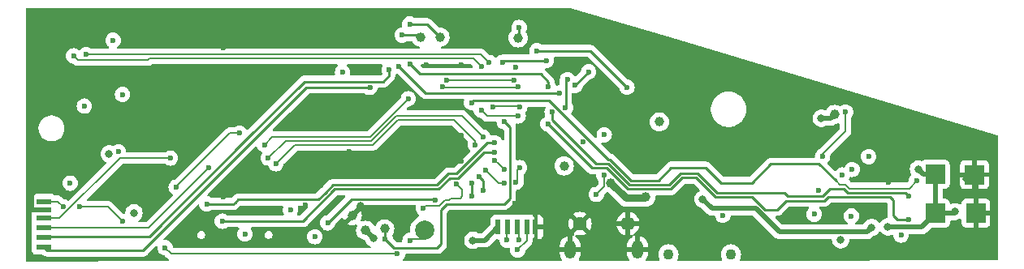
<source format=gbl>
G04 #@! TF.GenerationSoftware,KiCad,Pcbnew,8.0.8*
G04 #@! TF.CreationDate,2025-08-03T03:16:57+05:30*
G04 #@! TF.ProjectId,main,6d61696e-2e6b-4696-9361-645f70636258,rev?*
G04 #@! TF.SameCoordinates,Original*
G04 #@! TF.FileFunction,Copper,L4,Bot*
G04 #@! TF.FilePolarity,Positive*
%FSLAX46Y46*%
G04 Gerber Fmt 4.6, Leading zero omitted, Abs format (unit mm)*
G04 Created by KiCad (PCBNEW 8.0.8) date 2025-08-03 03:16:57*
%MOMM*%
%LPD*%
G01*
G04 APERTURE LIST*
G04 #@! TA.AperFunction,ComponentPad*
%ADD10C,1.100000*%
G04 #@! TD*
G04 #@! TA.AperFunction,SMDPad,CuDef*
%ADD11R,2.000000X2.000000*%
G04 #@! TD*
G04 #@! TA.AperFunction,SMDPad,CuDef*
%ADD12C,1.000000*%
G04 #@! TD*
G04 #@! TA.AperFunction,SMDPad,CuDef*
%ADD13C,2.000000*%
G04 #@! TD*
G04 #@! TA.AperFunction,HeatsinkPad*
%ADD14O,1.200000X1.900000*%
G04 #@! TD*
G04 #@! TA.AperFunction,HeatsinkPad*
%ADD15C,1.450000*%
G04 #@! TD*
G04 #@! TA.AperFunction,SMDPad,CuDef*
%ADD16R,1.550000X0.600000*%
G04 #@! TD*
G04 #@! TA.AperFunction,SMDPad,CuDef*
%ADD17R,0.600000X1.550000*%
G04 #@! TD*
G04 #@! TA.AperFunction,ViaPad*
%ADD18C,0.600000*%
G04 #@! TD*
G04 #@! TA.AperFunction,ViaPad*
%ADD19C,0.800000*%
G04 #@! TD*
G04 #@! TA.AperFunction,ViaPad*
%ADD20C,1.000000*%
G04 #@! TD*
G04 #@! TA.AperFunction,Conductor*
%ADD21C,0.200000*%
G04 #@! TD*
G04 #@! TA.AperFunction,Conductor*
%ADD22C,0.800000*%
G04 #@! TD*
G04 #@! TA.AperFunction,Conductor*
%ADD23C,0.500000*%
G04 #@! TD*
G04 #@! TA.AperFunction,Conductor*
%ADD24C,0.254000*%
G04 #@! TD*
G04 APERTURE END LIST*
D10*
X223917500Y-80052500D03*
X230437500Y-80062500D03*
D11*
X255975000Y-75760614D03*
X251780000Y-75768614D03*
X251750000Y-71685614D03*
X255844000Y-71732614D03*
D12*
X198100000Y-57350000D03*
X200100000Y-57350000D03*
X190950000Y-76000000D03*
X192350000Y-77550000D03*
X241250000Y-65450000D03*
D13*
X198500000Y-77500000D03*
D12*
X208250000Y-57450000D03*
X194350000Y-77400000D03*
D14*
X220700000Y-79550000D03*
D15*
X219700000Y-76850000D03*
X214700000Y-76850000D03*
D14*
X213700000Y-79550000D03*
D16*
X158800000Y-74528000D03*
X158800000Y-75430000D03*
X158800000Y-76300000D03*
X158800000Y-77300000D03*
X158800000Y-78300000D03*
X158800000Y-79300000D03*
D17*
X206169000Y-77210000D03*
X207169000Y-77210000D03*
X208169000Y-77210000D03*
X209169000Y-77210000D03*
X210039000Y-77210000D03*
D18*
X224400000Y-69400000D03*
X215400000Y-72500000D03*
X188900000Y-78100000D03*
X186100000Y-74900000D03*
X177500000Y-74100000D03*
X167000000Y-71700000D03*
X160000000Y-61100000D03*
X161800000Y-55900000D03*
X180800000Y-55900000D03*
X188700000Y-55800000D03*
X234200000Y-67700000D03*
X225600000Y-65200000D03*
X208000000Y-60500000D03*
X202300000Y-60300000D03*
X198700000Y-60300000D03*
X194300000Y-56900000D03*
X195200000Y-55800000D03*
X191500000Y-61100000D03*
X190700000Y-64500000D03*
X190600000Y-69300000D03*
X211300000Y-71800000D03*
X215000000Y-68300000D03*
X215500000Y-74900000D03*
X218000000Y-75000000D03*
X207900000Y-74700000D03*
X201700000Y-77900000D03*
X211300000Y-69000000D03*
X226900000Y-79200000D03*
X233400000Y-79600000D03*
X236400000Y-79500000D03*
X245300000Y-79800000D03*
X255500000Y-79300000D03*
X251500000Y-79400000D03*
X253700000Y-67800000D03*
X250000000Y-67400000D03*
X230000000Y-70100000D03*
X235300000Y-64600000D03*
X225700000Y-60500000D03*
X200000000Y-64500000D03*
X172100000Y-67900000D03*
X177500000Y-58500000D03*
X176000000Y-65000000D03*
X179700000Y-60700000D03*
X179700000Y-63900000D03*
X175700000Y-61900000D03*
X202300000Y-70300000D03*
X202300000Y-69000000D03*
X202300000Y-67600000D03*
X196800000Y-70000000D03*
X196800000Y-67600000D03*
X196800000Y-68800000D03*
X162900000Y-65900000D03*
X220700000Y-67500000D03*
X184520000Y-75390000D03*
D19*
X245100000Y-77250000D03*
X227500000Y-74300000D03*
D18*
X246850000Y-72550000D03*
X203325000Y-80050000D03*
D20*
X222975000Y-66225000D03*
X213050000Y-70825000D03*
X221550000Y-74081000D03*
X217927000Y-72593316D03*
D18*
X171850000Y-71350000D03*
X169050000Y-73125000D03*
X189950000Y-61050000D03*
X187050000Y-78225000D03*
X179775000Y-77925000D03*
X166025000Y-57700000D03*
X167000000Y-63350000D03*
X163025000Y-64575000D03*
X166575000Y-69350000D03*
X161550000Y-72625000D03*
X158850000Y-73375000D03*
D19*
X165600000Y-69575000D03*
X168200000Y-75725000D03*
X203525000Y-78600000D03*
X241875000Y-78550000D03*
D18*
X215300000Y-63600000D03*
X216875000Y-65125000D03*
X215275000Y-65125000D03*
X216850000Y-63650000D03*
X216100000Y-64362500D03*
X248175000Y-78050000D03*
X239125000Y-75870000D03*
X241322447Y-75830000D03*
X243000000Y-76050000D03*
D19*
X246800000Y-77200000D03*
D18*
X242400000Y-65200000D03*
X240000000Y-69800000D03*
X229600000Y-76000000D03*
X242048527Y-71773000D03*
X243072123Y-71189352D03*
X239600000Y-73373000D03*
X244800000Y-69850000D03*
D19*
X253800000Y-71600000D03*
D18*
X171450000Y-79375000D03*
X195666790Y-80027000D03*
X160794777Y-75081389D03*
X162486612Y-75086612D03*
X167000000Y-76600000D03*
X207826000Y-61827000D03*
X200800000Y-61827000D03*
X179200000Y-67400000D03*
X172600000Y-73027000D03*
X208254000Y-62573000D03*
X200400000Y-62573000D03*
X196800000Y-63800000D03*
X198370143Y-75256857D03*
X201800000Y-72702644D03*
X208400000Y-71000000D03*
X208027000Y-72534000D03*
X206773000Y-72623358D03*
X204843356Y-71243356D03*
X203800000Y-68600000D03*
X183000000Y-70600000D03*
X176000000Y-71000000D03*
X206773000Y-71200000D03*
X205831181Y-70255532D03*
X204600000Y-67800000D03*
X182200000Y-70000000D03*
X172000000Y-70000000D03*
X208254000Y-65600000D03*
X204400000Y-65000000D03*
X204400000Y-60400000D03*
X161900000Y-59325000D03*
X208427000Y-64627000D03*
X205600000Y-64627000D03*
X205200000Y-60000000D03*
X163224265Y-59175735D03*
X203400000Y-64200000D03*
X249800000Y-72400000D03*
X203443356Y-72643356D03*
X203443356Y-73956644D03*
X204143356Y-71943356D03*
X204600000Y-73400000D03*
X192800000Y-62627000D03*
X194800000Y-60800000D03*
X206800000Y-66200000D03*
X206629763Y-59988974D03*
X211200000Y-59800000D03*
X219600000Y-62600000D03*
X210200000Y-58800000D03*
X215600000Y-61000000D03*
X214200000Y-62400000D03*
X213400000Y-61800000D03*
X213200000Y-64739500D03*
X197000000Y-60200000D03*
X211400000Y-62573000D03*
X212600000Y-63200000D03*
X195800000Y-60400000D03*
X211356644Y-66443356D03*
X249000000Y-76400000D03*
X211800000Y-65200000D03*
X249000000Y-74000000D03*
X205800000Y-68400000D03*
X175800000Y-74800000D03*
X205824000Y-69424000D03*
X177400000Y-76600000D03*
X199573801Y-74400000D03*
X188400000Y-76774400D03*
X217200000Y-71800000D03*
X216400000Y-73800000D03*
D19*
X239850000Y-65850000D03*
X191850000Y-75000000D03*
X193150000Y-78350000D03*
D18*
X196150000Y-57150000D03*
X196950000Y-56000000D03*
X208355000Y-56350000D03*
X194385000Y-78500000D03*
D19*
X250000000Y-71150000D03*
D18*
X208375000Y-78575000D03*
X207075000Y-78575000D03*
X196977000Y-78613000D03*
X181800000Y-68600000D03*
D19*
X253800000Y-75600000D03*
D18*
X208200000Y-79600000D03*
X217225000Y-67575000D03*
D21*
X197090000Y-78500000D02*
X196977000Y-78613000D01*
X198600000Y-78200000D02*
X198300000Y-78500000D01*
X198300000Y-78500000D02*
X197090000Y-78500000D01*
D22*
X221456000Y-74175000D02*
X221550000Y-74081000D01*
X219508684Y-74175000D02*
X221456000Y-74175000D01*
X217927000Y-72593316D02*
X219508684Y-74175000D01*
D23*
X228450000Y-75250000D02*
X227500000Y-74300000D01*
X233033998Y-75250000D02*
X228450000Y-75250000D01*
X244650000Y-77700000D02*
X235483998Y-77700000D01*
X245100000Y-77250000D02*
X244650000Y-77700000D01*
X235483998Y-77700000D02*
X233033998Y-75250000D01*
D21*
X249025000Y-73175000D02*
X249800000Y-72400000D01*
X242776869Y-73173000D02*
X248776869Y-73173000D01*
X248776869Y-73173000D02*
X248778869Y-73175000D01*
X248778869Y-73175000D02*
X249025000Y-73175000D01*
X242376869Y-72773000D02*
X242776869Y-73173000D01*
X241773000Y-72773000D02*
X242376869Y-72773000D01*
X241400000Y-72400000D02*
X241773000Y-72773000D01*
D24*
X217454000Y-71054000D02*
X215967288Y-71054000D01*
D21*
X169624265Y-59775735D02*
X169800000Y-59600000D01*
X162350735Y-59775735D02*
X169624265Y-59775735D01*
X203600000Y-59600000D02*
X204400000Y-60400000D01*
X161900000Y-59325000D02*
X162350735Y-59775735D01*
X169800000Y-59600000D02*
X203600000Y-59600000D01*
D23*
X157978000Y-73375000D02*
X158850000Y-73375000D01*
X157575000Y-73778000D02*
X157978000Y-73375000D01*
X157575000Y-75278000D02*
X157575000Y-73778000D01*
X158800000Y-75430000D02*
X157727000Y-75430000D01*
X157727000Y-75430000D02*
X157575000Y-75278000D01*
X204779000Y-78600000D02*
X206169000Y-77210000D01*
X203525000Y-78600000D02*
X204779000Y-78600000D01*
X250348614Y-77200000D02*
X246800000Y-77200000D01*
X251780000Y-75768614D02*
X250348614Y-77200000D01*
D21*
X240000000Y-69600000D02*
X242400000Y-67200000D01*
X242400000Y-67200000D02*
X242400000Y-65200000D01*
X240000000Y-69800000D02*
X240000000Y-69600000D01*
D23*
X253932614Y-71732614D02*
X253800000Y-71600000D01*
X255844000Y-71732614D02*
X253932614Y-71732614D01*
X255292386Y-71732614D02*
X254793750Y-72231250D01*
X255844000Y-71732614D02*
X255292386Y-71732614D01*
D24*
X190901400Y-74273000D02*
X188400000Y-76774400D01*
X199573801Y-74400000D02*
X199446801Y-74273000D01*
X199446801Y-74273000D02*
X190901400Y-74273000D01*
D21*
X172102000Y-80027000D02*
X171450000Y-79375000D01*
X160241388Y-74528000D02*
X158800000Y-74528000D01*
X160794777Y-75081389D02*
X160241388Y-74528000D01*
X167000000Y-76600000D02*
X165486612Y-75086612D01*
X165486612Y-75086612D02*
X162486612Y-75086612D01*
X200800000Y-61827000D02*
X207826000Y-61827000D01*
X178200000Y-67400000D02*
X179200000Y-67400000D01*
X173200000Y-72400000D02*
X178200000Y-67400000D01*
X172600000Y-73000000D02*
X173200000Y-72400000D01*
X172600000Y-73027000D02*
X172600000Y-73000000D01*
X166724695Y-70000000D02*
X160424695Y-76300000D01*
X160424695Y-76300000D02*
X158800000Y-76300000D01*
X172000000Y-70000000D02*
X166724695Y-70000000D01*
X208227000Y-62600000D02*
X208254000Y-62573000D01*
X200427000Y-62600000D02*
X208227000Y-62600000D01*
X200400000Y-62573000D02*
X200427000Y-62600000D01*
D24*
X205041410Y-68400000D02*
X205800000Y-68400000D01*
X199800000Y-72800000D02*
X201000000Y-71600000D01*
X188957947Y-72800000D02*
X199800000Y-72800000D01*
X201000000Y-71600000D02*
X201841410Y-71600000D01*
X201841410Y-71600000D02*
X205041410Y-68400000D01*
X187411948Y-74346000D02*
X188146000Y-73611947D01*
X187000000Y-74346000D02*
X187411948Y-74346000D01*
X188146000Y-73611947D02*
X188957947Y-72800000D01*
X189146000Y-73254000D02*
X185800000Y-76600000D01*
X199988052Y-73254000D02*
X189146000Y-73254000D01*
X201166408Y-72075644D02*
X199988052Y-73254000D01*
X204659462Y-69424000D02*
X202007818Y-72075644D01*
X185800000Y-76600000D02*
X177400000Y-76600000D01*
X205824000Y-69424000D02*
X204659462Y-69424000D01*
X202007818Y-72075644D02*
X201166408Y-72075644D01*
D21*
X185000000Y-68600000D02*
X183000000Y-70600000D01*
X195731372Y-66000000D02*
X193131372Y-68600000D01*
X203800000Y-68600000D02*
X203800000Y-68200000D01*
X201600000Y-66000000D02*
X195731372Y-66000000D01*
X193131372Y-68600000D02*
X185000000Y-68600000D01*
X203800000Y-68200000D02*
X201600000Y-66000000D01*
X195565686Y-65600000D02*
X192965686Y-68200000D01*
X202400000Y-65600000D02*
X195565686Y-65600000D01*
X184000000Y-68200000D02*
X182200000Y-70000000D01*
X204600000Y-67800000D02*
X202400000Y-65600000D01*
X192965686Y-68200000D02*
X184000000Y-68200000D01*
X206200000Y-70627000D02*
X206200000Y-70624351D01*
X206200000Y-70624351D02*
X205831181Y-70255532D01*
X206773000Y-71200000D02*
X206200000Y-70627000D01*
D24*
X195285000Y-79400000D02*
X194385000Y-78500000D01*
X199800000Y-79400000D02*
X195285000Y-79400000D01*
X200200000Y-79000000D02*
X199800000Y-79400000D01*
X206800000Y-74800000D02*
X200800000Y-74800000D01*
X200800000Y-74800000D02*
X200200000Y-75400000D01*
X207400000Y-66800000D02*
X207400000Y-74200000D01*
X200200000Y-75400000D02*
X200200000Y-79000000D01*
X206800000Y-66200000D02*
X207400000Y-66800000D01*
X207400000Y-74200000D02*
X206800000Y-74800000D01*
X206818737Y-59800000D02*
X211200000Y-59800000D01*
X206629763Y-59988974D02*
X206818737Y-59800000D01*
D21*
X204375735Y-59175735D02*
X163224265Y-59175735D01*
X205200000Y-60000000D02*
X204375735Y-59175735D01*
X205600000Y-64627000D02*
X205627000Y-64600000D01*
X208400000Y-64600000D02*
X208427000Y-64627000D01*
X205627000Y-64600000D02*
X208400000Y-64600000D01*
X204400000Y-65000000D02*
X205000000Y-65600000D01*
X205000000Y-65600000D02*
X208254000Y-65600000D01*
D24*
X203400000Y-64200000D02*
X203600000Y-64000000D01*
X203600000Y-64000000D02*
X211486712Y-64000000D01*
D21*
X192800000Y-67800000D02*
X195000000Y-65600000D01*
X190200000Y-67800000D02*
X192800000Y-67800000D01*
X195000000Y-65600000D02*
X196800000Y-63800000D01*
X182600000Y-67800000D02*
X190200000Y-67800000D01*
X181800000Y-68600000D02*
X182600000Y-67800000D01*
X208200000Y-72361000D02*
X208027000Y-72534000D01*
X208200000Y-71200000D02*
X208200000Y-72361000D01*
X208400000Y-71000000D02*
X208200000Y-71200000D01*
X206223358Y-72623358D02*
X206773000Y-72623358D01*
X204843356Y-71243356D02*
X206223358Y-72623358D01*
X169700000Y-77300000D02*
X176000000Y-71000000D01*
X158800000Y-77300000D02*
X169700000Y-77300000D01*
D24*
X203443356Y-73956644D02*
X203443356Y-72643356D01*
X204600000Y-73400000D02*
X204600000Y-72400000D01*
X204600000Y-72400000D02*
X204143356Y-71943356D01*
X186173000Y-62627000D02*
X192800000Y-62627000D01*
X169123000Y-79677000D02*
X174400000Y-74400000D01*
X159177000Y-79677000D02*
X169123000Y-79677000D01*
X174400000Y-74400000D02*
X186173000Y-62627000D01*
X158800000Y-79300000D02*
X159177000Y-79677000D01*
X186000000Y-62000000D02*
X194200000Y-62000000D01*
X194800000Y-61400000D02*
X194800000Y-60800000D01*
X180000000Y-68000000D02*
X186000000Y-62000000D01*
X194200000Y-62000000D02*
X194800000Y-61400000D01*
X169827000Y-78173000D02*
X180000000Y-68000000D01*
X158927000Y-78173000D02*
X169827000Y-78173000D01*
X158800000Y-78300000D02*
X158927000Y-78173000D01*
X215800000Y-58800000D02*
X219600000Y-62600000D01*
X210200000Y-58800000D02*
X215800000Y-58800000D01*
X215600000Y-61000000D02*
X214200000Y-62400000D01*
X213227000Y-61973000D02*
X213400000Y-61800000D01*
X213200000Y-64739500D02*
X213227000Y-64712500D01*
X213227000Y-64712500D02*
X213227000Y-61973000D01*
X212600000Y-63200000D02*
X198600000Y-63200000D01*
X198600000Y-63200000D02*
X195800000Y-60400000D01*
X198000000Y-61200000D02*
X197000000Y-60200000D01*
X211400000Y-62000000D02*
X210600000Y-61200000D01*
X210600000Y-61200000D02*
X198000000Y-61200000D01*
X211400000Y-62573000D02*
X211400000Y-62000000D01*
X211800000Y-66000000D02*
X211800000Y-65200000D01*
X216400000Y-70600000D02*
X211800000Y-66000000D01*
X217650000Y-70600000D02*
X216400000Y-70600000D01*
X224000000Y-72800000D02*
X219850000Y-72800000D01*
X219850000Y-72800000D02*
X217650000Y-70600000D01*
X227000000Y-71600000D02*
X225200000Y-71600000D01*
X225200000Y-71600000D02*
X224000000Y-72800000D01*
X229000000Y-73600000D02*
X227000000Y-71600000D01*
X236000000Y-73600000D02*
X229000000Y-73600000D01*
X240000000Y-74000000D02*
X236400000Y-74000000D01*
X240800000Y-73200000D02*
X240000000Y-74000000D01*
X236400000Y-74000000D02*
X236000000Y-73600000D01*
X242200000Y-73200000D02*
X240800000Y-73200000D01*
X242600000Y-73600000D02*
X242200000Y-73200000D01*
X248600000Y-73600000D02*
X242600000Y-73600000D01*
X249000000Y-74000000D02*
X248600000Y-73600000D01*
X179011947Y-74346000D02*
X187000000Y-74346000D01*
X187000000Y-74346000D02*
X187200000Y-74346000D01*
X178746000Y-74611947D02*
X179011947Y-74346000D01*
X175800000Y-74800000D02*
X178557948Y-74800000D01*
X178557948Y-74800000D02*
X178746000Y-74611947D01*
D23*
X191850000Y-75100000D02*
X190950000Y-76000000D01*
X191850000Y-75000000D02*
X191850000Y-75100000D01*
X239850000Y-65850000D02*
X240850000Y-65850000D01*
X240850000Y-65850000D02*
X241250000Y-65450000D01*
X193150000Y-78350000D02*
X192350000Y-77550000D01*
D24*
X196150000Y-57150000D02*
X197900000Y-57150000D01*
X197900000Y-57150000D02*
X198100000Y-57350000D01*
X196950000Y-56000000D02*
X198750000Y-56000000D01*
X198750000Y-56000000D02*
X200100000Y-57350000D01*
X208355000Y-57345000D02*
X208250000Y-57450000D01*
X208355000Y-56350000D02*
X208355000Y-57345000D01*
X194385000Y-78500000D02*
X194385000Y-77435000D01*
X194385000Y-77435000D02*
X194350000Y-77400000D01*
D23*
X250535614Y-71685614D02*
X250000000Y-71150000D01*
X251750000Y-71685614D02*
X250535614Y-71685614D01*
X255975000Y-71863614D02*
X255844000Y-71732614D01*
X255975000Y-75760614D02*
X255975000Y-71863614D01*
D21*
X207075000Y-78575000D02*
X207075000Y-77304000D01*
X207075000Y-77304000D02*
X207169000Y-77210000D01*
X208375000Y-77416000D02*
X208169000Y-77210000D01*
X208375000Y-78575000D02*
X208375000Y-77416000D01*
X202400000Y-73302644D02*
X201800000Y-72702644D01*
X202400000Y-74000000D02*
X202400000Y-73302644D01*
X202200000Y-74200000D02*
X202400000Y-74000000D01*
X201063765Y-74373000D02*
X201236765Y-74200000D01*
X200623130Y-74373000D02*
X201063765Y-74373000D01*
X201236765Y-74200000D02*
X202200000Y-74200000D01*
X198627000Y-75000000D02*
X199996130Y-75000000D01*
X199996130Y-75000000D02*
X200623130Y-74373000D01*
X198370143Y-75256857D02*
X198627000Y-75000000D01*
D23*
X251780000Y-71715614D02*
X251750000Y-71685614D01*
X251780000Y-75768614D02*
X251780000Y-71715614D01*
X251780000Y-75768614D02*
X253631386Y-75768614D01*
X253631386Y-75768614D02*
X253800000Y-75600000D01*
D21*
X209169000Y-78631000D02*
X209169000Y-77210000D01*
X208200000Y-79600000D02*
X209169000Y-78631000D01*
D24*
X215967288Y-71054000D02*
X211356644Y-66443356D01*
D21*
X217200000Y-71800000D02*
X217200000Y-73000000D01*
X217200000Y-73000000D02*
X216400000Y-73800000D01*
D24*
X232600000Y-72600000D02*
X234600000Y-70600000D01*
X234600000Y-70600000D02*
X239600000Y-70600000D01*
X229400000Y-72600000D02*
X232600000Y-72600000D01*
X227800000Y-71000000D02*
X229400000Y-72600000D01*
X222854000Y-72346000D02*
X224200000Y-71000000D01*
X220038052Y-72346000D02*
X222854000Y-72346000D01*
X239600000Y-70600000D02*
X241400000Y-72400000D01*
X224200000Y-71000000D02*
X227800000Y-71000000D01*
X217632712Y-70146000D02*
X217838052Y-70146000D01*
X211486712Y-64000000D02*
X217632712Y-70146000D01*
X217838052Y-70146000D02*
X220038052Y-72346000D01*
X219654000Y-73254000D02*
X217454000Y-71054000D01*
X224454000Y-72988053D02*
X224188053Y-73254000D01*
X225388052Y-72054000D02*
X224454000Y-72988053D01*
X226811948Y-72054000D02*
X225388052Y-72054000D01*
X228811948Y-74054000D02*
X226811948Y-72054000D01*
X232654000Y-74054000D02*
X228811948Y-74054000D01*
X234000000Y-75400000D02*
X232654000Y-74054000D01*
X235265947Y-75400000D02*
X234000000Y-75400000D01*
X236211947Y-74454000D02*
X235265947Y-75400000D01*
X224188053Y-73254000D02*
X219654000Y-73254000D01*
X240221026Y-74421026D02*
X240188053Y-74454000D01*
X247400000Y-74400000D02*
X247054000Y-74054000D01*
X247400000Y-76000000D02*
X247400000Y-74400000D01*
X247054000Y-74054000D02*
X240588052Y-74054000D01*
X247800000Y-76400000D02*
X247400000Y-76000000D01*
X249000000Y-76400000D02*
X247800000Y-76400000D01*
X240588052Y-74054000D02*
X240221026Y-74421026D01*
D21*
X195666790Y-80027000D02*
X172102000Y-80027000D01*
D24*
X240188053Y-74454000D02*
X236211947Y-74454000D01*
G04 #@! TA.AperFunction,Conductor*
G36*
X213669227Y-54305684D02*
G01*
X223794576Y-57329249D01*
X258211396Y-67606573D01*
X258270000Y-67644617D01*
X258298733Y-67708305D01*
X258299916Y-67725278D01*
X258311439Y-80575999D01*
X258291815Y-80643056D01*
X258239052Y-80688858D01*
X258187560Y-80700110D01*
X231480903Y-80726187D01*
X231413844Y-80706568D01*
X231368038Y-80653809D01*
X231358027Y-80584660D01*
X231371423Y-80543735D01*
X231412732Y-80466454D01*
X231472800Y-80268434D01*
X231493083Y-80062500D01*
X231472800Y-79856566D01*
X231412732Y-79658546D01*
X231315185Y-79476050D01*
X231258366Y-79406815D01*
X231183910Y-79316089D01*
X231037266Y-79195743D01*
X231023950Y-79184815D01*
X230841454Y-79087268D01*
X230643434Y-79027200D01*
X230643432Y-79027199D01*
X230643434Y-79027199D01*
X230437500Y-79006917D01*
X230231567Y-79027199D01*
X230033543Y-79087269D01*
X229949455Y-79132216D01*
X229851050Y-79184815D01*
X229851048Y-79184816D01*
X229851047Y-79184817D01*
X229691089Y-79316089D01*
X229559817Y-79476047D01*
X229462269Y-79658543D01*
X229402199Y-79856567D01*
X229381917Y-80062500D01*
X229402199Y-80268432D01*
X229405826Y-80280387D01*
X229459235Y-80456456D01*
X229462269Y-80466456D01*
X229504663Y-80545769D01*
X229518905Y-80614172D01*
X229493905Y-80679416D01*
X229437600Y-80720787D01*
X229395426Y-80728223D01*
X224952150Y-80732562D01*
X224885091Y-80712943D01*
X224839285Y-80660184D01*
X224829274Y-80591035D01*
X224842670Y-80550111D01*
X224892732Y-80456454D01*
X224952800Y-80258434D01*
X224973083Y-80052500D01*
X224952800Y-79846566D01*
X224892732Y-79648546D01*
X224795185Y-79466050D01*
X224720459Y-79374995D01*
X224663910Y-79306089D01*
X224546177Y-79209469D01*
X224503950Y-79174815D01*
X224321454Y-79077268D01*
X224123434Y-79017200D01*
X224123432Y-79017199D01*
X224123434Y-79017199D01*
X223917500Y-78996917D01*
X223711567Y-79017199D01*
X223513543Y-79077269D01*
X223445896Y-79113428D01*
X223331050Y-79174815D01*
X223331048Y-79174816D01*
X223331047Y-79174817D01*
X223171089Y-79306089D01*
X223043841Y-79461144D01*
X223039815Y-79466050D01*
X223034470Y-79476050D01*
X222942269Y-79648543D01*
X222942268Y-79648545D01*
X222942268Y-79648546D01*
X222939235Y-79658546D01*
X222882199Y-79846567D01*
X222861917Y-80052500D01*
X222882199Y-80258432D01*
X222888859Y-80280386D01*
X222942268Y-80456454D01*
X222990008Y-80545769D01*
X222993407Y-80552127D01*
X223007649Y-80620530D01*
X222982649Y-80685774D01*
X222926345Y-80727145D01*
X222884170Y-80734581D01*
X221695957Y-80735741D01*
X221628898Y-80716122D01*
X221583092Y-80663363D01*
X221573081Y-80594214D01*
X221595518Y-80538855D01*
X221640803Y-80476525D01*
X221719408Y-80322257D01*
X221772914Y-80157584D01*
X221800000Y-79986571D01*
X221800000Y-79800000D01*
X221000000Y-79800000D01*
X221000000Y-79300000D01*
X221800000Y-79300000D01*
X221800000Y-79113428D01*
X221772914Y-78942415D01*
X221719408Y-78777742D01*
X221640804Y-78623475D01*
X221539032Y-78483397D01*
X221416602Y-78360967D01*
X221276524Y-78259195D01*
X221122257Y-78180591D01*
X220957589Y-78127087D01*
X220957581Y-78127085D01*
X220950000Y-78125884D01*
X220950000Y-79033011D01*
X220940060Y-79015795D01*
X220884205Y-78959940D01*
X220815796Y-78920444D01*
X220739496Y-78900000D01*
X220660504Y-78900000D01*
X220584204Y-78920444D01*
X220515795Y-78959940D01*
X220459940Y-79015795D01*
X220450000Y-79033011D01*
X220450000Y-78125884D01*
X220449999Y-78125884D01*
X220442418Y-78127085D01*
X220442404Y-78127088D01*
X220428172Y-78131713D01*
X220358331Y-78133706D01*
X220298499Y-78097624D01*
X220267673Y-78034922D01*
X220275639Y-77965508D01*
X220318734Y-77912206D01*
X220490417Y-77791992D01*
X220490423Y-77791987D01*
X220641987Y-77640423D01*
X220641992Y-77640416D01*
X220764930Y-77464844D01*
X220764932Y-77464840D01*
X220855518Y-77270576D01*
X220855522Y-77270567D01*
X220901225Y-77100000D01*
X220046410Y-77100000D01*
X220096037Y-77014044D01*
X220125000Y-76905952D01*
X220125000Y-76794048D01*
X220096037Y-76685956D01*
X220046410Y-76600000D01*
X220901225Y-76600000D01*
X220901225Y-76599999D01*
X220855522Y-76429432D01*
X220855518Y-76429423D01*
X220764933Y-76235162D01*
X220764932Y-76235160D01*
X220641990Y-76059579D01*
X220490417Y-75908007D01*
X220314844Y-75785069D01*
X220314840Y-75785067D01*
X220120578Y-75694481D01*
X219950000Y-75648774D01*
X219950000Y-76503590D01*
X219864044Y-76453963D01*
X219755952Y-76425000D01*
X219644048Y-76425000D01*
X219535956Y-76453963D01*
X219450000Y-76503590D01*
X219450000Y-75648774D01*
X219449999Y-75648774D01*
X219279421Y-75694481D01*
X219085162Y-75785066D01*
X219085160Y-75785067D01*
X218909575Y-75908012D01*
X218758012Y-76059575D01*
X218635067Y-76235160D01*
X218635066Y-76235162D01*
X218544481Y-76429423D01*
X218544477Y-76429432D01*
X218498774Y-76599999D01*
X218498775Y-76600000D01*
X219353590Y-76600000D01*
X219303963Y-76685956D01*
X219275000Y-76794048D01*
X219275000Y-76905952D01*
X219303963Y-77014044D01*
X219353590Y-77100000D01*
X218498775Y-77100000D01*
X218544477Y-77270567D01*
X218544481Y-77270576D01*
X218635067Y-77464840D01*
X218635069Y-77464844D01*
X218758007Y-77640416D01*
X218758012Y-77640423D01*
X218909576Y-77791987D01*
X218909583Y-77791992D01*
X219085155Y-77914930D01*
X219085159Y-77914932D01*
X219279423Y-78005518D01*
X219279432Y-78005522D01*
X219449999Y-78051225D01*
X219450000Y-78051224D01*
X219450000Y-77196409D01*
X219535956Y-77246037D01*
X219644048Y-77275000D01*
X219755952Y-77275000D01*
X219864044Y-77246037D01*
X219950000Y-77196409D01*
X219950000Y-78051224D01*
X220037195Y-78027861D01*
X220107045Y-78029524D01*
X220164908Y-78068686D01*
X220192412Y-78132915D01*
X220180826Y-78201817D01*
X220133827Y-78253517D01*
X220125591Y-78258117D01*
X220123479Y-78259193D01*
X219983397Y-78360967D01*
X219860967Y-78483397D01*
X219759195Y-78623475D01*
X219680591Y-78777742D01*
X219627085Y-78942415D01*
X219600000Y-79113428D01*
X219600000Y-79300000D01*
X220400000Y-79300000D01*
X220400000Y-79800000D01*
X219600000Y-79800000D01*
X219600000Y-79986571D01*
X219627085Y-80157584D01*
X219680591Y-80322257D01*
X219759197Y-80476527D01*
X219805893Y-80540800D01*
X219829372Y-80606606D01*
X219813546Y-80674660D01*
X219763440Y-80723354D01*
X219705695Y-80737684D01*
X214690988Y-80742580D01*
X214623929Y-80722961D01*
X214578123Y-80670202D01*
X214568112Y-80601053D01*
X214590549Y-80545694D01*
X214640803Y-80476525D01*
X214719408Y-80322257D01*
X214772914Y-80157584D01*
X214800000Y-79986571D01*
X214800000Y-79800000D01*
X214000000Y-79800000D01*
X214000000Y-79300000D01*
X214800000Y-79300000D01*
X214800000Y-79113428D01*
X214772914Y-78942415D01*
X214719408Y-78777742D01*
X214640804Y-78623475D01*
X214539032Y-78483397D01*
X214416602Y-78360967D01*
X214276522Y-78259194D01*
X214274414Y-78258120D01*
X214273755Y-78257498D01*
X214272373Y-78256651D01*
X214272551Y-78256360D01*
X214223619Y-78210146D01*
X214206824Y-78142325D01*
X214229362Y-78076190D01*
X214284077Y-78032739D01*
X214353598Y-78025767D01*
X214362804Y-78027861D01*
X214486465Y-78060996D01*
X214486472Y-78060997D01*
X214699999Y-78079679D01*
X214700001Y-78079679D01*
X214913527Y-78060997D01*
X214913537Y-78060995D01*
X215120567Y-78005522D01*
X215120576Y-78005518D01*
X215314839Y-77914933D01*
X215371621Y-77875173D01*
X214768173Y-77271725D01*
X214864044Y-77246037D01*
X214960956Y-77190084D01*
X215040084Y-77110956D01*
X215096037Y-77014044D01*
X215121725Y-76918172D01*
X215725173Y-77521621D01*
X215764933Y-77464839D01*
X215855518Y-77270576D01*
X215855522Y-77270567D01*
X215910995Y-77063537D01*
X215910997Y-77063527D01*
X215929679Y-76850000D01*
X215929679Y-76849999D01*
X215910997Y-76636472D01*
X215910995Y-76636462D01*
X215855522Y-76429432D01*
X215855518Y-76429423D01*
X215764933Y-76235162D01*
X215725173Y-76178378D01*
X215121725Y-76781826D01*
X215096037Y-76685956D01*
X215040084Y-76589044D01*
X214960956Y-76509916D01*
X214864044Y-76453963D01*
X214768171Y-76428274D01*
X215371621Y-75824825D01*
X215314840Y-75785067D01*
X215314838Y-75785066D01*
X215120576Y-75694481D01*
X215120567Y-75694477D01*
X214913537Y-75639004D01*
X214913527Y-75639002D01*
X214700001Y-75620321D01*
X214699999Y-75620321D01*
X214486472Y-75639002D01*
X214486462Y-75639004D01*
X214279432Y-75694477D01*
X214279423Y-75694481D01*
X214085158Y-75785068D01*
X214028378Y-75824824D01*
X214631828Y-76428274D01*
X214535956Y-76453963D01*
X214439044Y-76509916D01*
X214359916Y-76589044D01*
X214303963Y-76685956D01*
X214278274Y-76781828D01*
X213674824Y-76178378D01*
X213635068Y-76235158D01*
X213544481Y-76429423D01*
X213544477Y-76429432D01*
X213489004Y-76636462D01*
X213489002Y-76636472D01*
X213470321Y-76849999D01*
X213470321Y-76850000D01*
X213489002Y-77063527D01*
X213489004Y-77063537D01*
X213544477Y-77270567D01*
X213544481Y-77270576D01*
X213635066Y-77464838D01*
X213635067Y-77464840D01*
X213674825Y-77521620D01*
X213674825Y-77521621D01*
X214278274Y-76918171D01*
X214303963Y-77014044D01*
X214359916Y-77110956D01*
X214439044Y-77190084D01*
X214535956Y-77246037D01*
X214631827Y-77271725D01*
X214028377Y-77875173D01*
X214028377Y-77875174D01*
X214081267Y-77912207D01*
X214124892Y-77966783D01*
X214132086Y-78036281D01*
X214100564Y-78098636D01*
X214040334Y-78134051D01*
X213971825Y-78131713D01*
X213957589Y-78127087D01*
X213957581Y-78127085D01*
X213950000Y-78125884D01*
X213950000Y-79033011D01*
X213940060Y-79015795D01*
X213884205Y-78959940D01*
X213815796Y-78920444D01*
X213739496Y-78900000D01*
X213660504Y-78900000D01*
X213584204Y-78920444D01*
X213515795Y-78959940D01*
X213459940Y-79015795D01*
X213450000Y-79033011D01*
X213450000Y-78125884D01*
X213449999Y-78125884D01*
X213442418Y-78127085D01*
X213442410Y-78127087D01*
X213277742Y-78180591D01*
X213123475Y-78259195D01*
X212983397Y-78360967D01*
X212860967Y-78483397D01*
X212759195Y-78623475D01*
X212680591Y-78777742D01*
X212627085Y-78942415D01*
X212600000Y-79113428D01*
X212600000Y-79300000D01*
X213400000Y-79300000D01*
X213400000Y-79800000D01*
X212600000Y-79800000D01*
X212600000Y-79986571D01*
X212627085Y-80157584D01*
X212680591Y-80322257D01*
X212759197Y-80476527D01*
X212810856Y-80547631D01*
X212834335Y-80613437D01*
X212818509Y-80681491D01*
X212768403Y-80730185D01*
X212710658Y-80744515D01*
X196364874Y-80760476D01*
X196297815Y-80740857D01*
X196252009Y-80688098D01*
X196241998Y-80618949D01*
X196270961Y-80555365D01*
X196277060Y-80548807D01*
X196296606Y-80529262D01*
X196392579Y-80376522D01*
X196452158Y-80206255D01*
X196453176Y-80197226D01*
X196459892Y-80137617D01*
X196486958Y-80073203D01*
X196544553Y-80033648D01*
X196583112Y-80027500D01*
X199861804Y-80027500D01*
X199861805Y-80027499D01*
X199983035Y-80003386D01*
X200066734Y-79968716D01*
X200097233Y-79956083D01*
X200200008Y-79887411D01*
X200287411Y-79800008D01*
X200687411Y-79400008D01*
X200756083Y-79297233D01*
X200803385Y-79183035D01*
X200813109Y-79134151D01*
X200827500Y-79061806D01*
X200827500Y-78600000D01*
X202619540Y-78600000D01*
X202639326Y-78788256D01*
X202639327Y-78788259D01*
X202697818Y-78968277D01*
X202697821Y-78968284D01*
X202792467Y-79132216D01*
X202876717Y-79225785D01*
X202919129Y-79272888D01*
X203072265Y-79384148D01*
X203072270Y-79384151D01*
X203245192Y-79461142D01*
X203245197Y-79461144D01*
X203430354Y-79500500D01*
X203430355Y-79500500D01*
X203619644Y-79500500D01*
X203619646Y-79500500D01*
X203804803Y-79461144D01*
X203977730Y-79384151D01*
X203982666Y-79380565D01*
X203991452Y-79374182D01*
X204057258Y-79350702D01*
X204064337Y-79350500D01*
X204852920Y-79350500D01*
X204950462Y-79331096D01*
X204997913Y-79321658D01*
X205110684Y-79274947D01*
X205134488Y-79265087D01*
X205134488Y-79265086D01*
X205134495Y-79265084D01*
X205193304Y-79225789D01*
X205257416Y-79182952D01*
X205918549Y-78521817D01*
X205979872Y-78488333D01*
X206006230Y-78485499D01*
X206148537Y-78485499D01*
X206215576Y-78505184D01*
X206261331Y-78557988D01*
X206271757Y-78595615D01*
X206289630Y-78754250D01*
X206289631Y-78754254D01*
X206349211Y-78924523D01*
X206412646Y-79025478D01*
X206445184Y-79077262D01*
X206572738Y-79204816D01*
X206606147Y-79225808D01*
X206719818Y-79297233D01*
X206725478Y-79300789D01*
X206796910Y-79325784D01*
X206895745Y-79360368D01*
X206895750Y-79360369D01*
X207074996Y-79380565D01*
X207075000Y-79380565D01*
X207075004Y-79380565D01*
X207254248Y-79360369D01*
X207254249Y-79360368D01*
X207254255Y-79360368D01*
X207254259Y-79360366D01*
X207255459Y-79360093D01*
X207256264Y-79360142D01*
X207261175Y-79359589D01*
X207261271Y-79360448D01*
X207325198Y-79364361D01*
X207381559Y-79405656D01*
X207406647Y-79470866D01*
X207406280Y-79494865D01*
X207394435Y-79599996D01*
X207394435Y-79600003D01*
X207414630Y-79779249D01*
X207414631Y-79779254D01*
X207474211Y-79949523D01*
X207523207Y-80027499D01*
X207570184Y-80102262D01*
X207697738Y-80229816D01*
X207759195Y-80268432D01*
X207844856Y-80322257D01*
X207850478Y-80325789D01*
X207995462Y-80376521D01*
X208020745Y-80385368D01*
X208020750Y-80385369D01*
X208199996Y-80405565D01*
X208200000Y-80405565D01*
X208200004Y-80405565D01*
X208379249Y-80385369D01*
X208379252Y-80385368D01*
X208379255Y-80385368D01*
X208549522Y-80325789D01*
X208702262Y-80229816D01*
X208829816Y-80102262D01*
X208925789Y-79949522D01*
X208985368Y-79779255D01*
X208995161Y-79692329D01*
X209022226Y-79627918D01*
X209030690Y-79618543D01*
X209527506Y-79121728D01*
X209527511Y-79121724D01*
X209537714Y-79111520D01*
X209537716Y-79111520D01*
X209649520Y-78999716D01*
X209719314Y-78878828D01*
X209728577Y-78862785D01*
X209769501Y-78710057D01*
X209769501Y-78555861D01*
X209789000Y-78489455D01*
X209789000Y-78485000D01*
X210289000Y-78485000D01*
X210386828Y-78485000D01*
X210386844Y-78484999D01*
X210446372Y-78478598D01*
X210446379Y-78478596D01*
X210581086Y-78428354D01*
X210581093Y-78428350D01*
X210696187Y-78342190D01*
X210696190Y-78342187D01*
X210782350Y-78227093D01*
X210782354Y-78227086D01*
X210832596Y-78092379D01*
X210832598Y-78092372D01*
X210838999Y-78032844D01*
X210839000Y-78032827D01*
X210839000Y-77460000D01*
X210289000Y-77460000D01*
X210289000Y-78485000D01*
X209789000Y-78485000D01*
X209789000Y-78431454D01*
X209808685Y-78364415D01*
X209825325Y-78343767D01*
X209826542Y-78342548D01*
X209826546Y-78342546D01*
X209912796Y-78227331D01*
X209963091Y-78092483D01*
X209969500Y-78032873D01*
X209969499Y-76960000D01*
X210289000Y-76960000D01*
X210839000Y-76960000D01*
X210839000Y-76387172D01*
X210838999Y-76387155D01*
X210832598Y-76327627D01*
X210832596Y-76327620D01*
X210782354Y-76192913D01*
X210782350Y-76192906D01*
X210696190Y-76077812D01*
X210696187Y-76077809D01*
X210581093Y-75991649D01*
X210581086Y-75991645D01*
X210446379Y-75941403D01*
X210446372Y-75941401D01*
X210386844Y-75935000D01*
X210289000Y-75935000D01*
X210289000Y-76960000D01*
X209969499Y-76960000D01*
X209969499Y-76387128D01*
X209963091Y-76327517D01*
X209959649Y-76318289D01*
X209912797Y-76192671D01*
X209912793Y-76192664D01*
X209826547Y-76077455D01*
X209825319Y-76076227D01*
X209824486Y-76074702D01*
X209821232Y-76070355D01*
X209821857Y-76069887D01*
X209791834Y-76014904D01*
X209789000Y-75988546D01*
X209789000Y-75935000D01*
X209691157Y-75935000D01*
X209623915Y-75942231D01*
X209623775Y-75940936D01*
X209584281Y-75940935D01*
X209584195Y-75941738D01*
X209576726Y-75940935D01*
X209576596Y-75940935D01*
X209576487Y-75940909D01*
X209516882Y-75934501D01*
X209516873Y-75934500D01*
X209516863Y-75934500D01*
X208821129Y-75934500D01*
X208821123Y-75934501D01*
X208761516Y-75940908D01*
X208712332Y-75959253D01*
X208642640Y-75964237D01*
X208625667Y-75959253D01*
X208576486Y-75940910D01*
X208576485Y-75940909D01*
X208576483Y-75940909D01*
X208516873Y-75934500D01*
X208516863Y-75934500D01*
X207821129Y-75934500D01*
X207821123Y-75934501D01*
X207761516Y-75940908D01*
X207712332Y-75959253D01*
X207642640Y-75964237D01*
X207625667Y-75959253D01*
X207576486Y-75940910D01*
X207576485Y-75940909D01*
X207576483Y-75940909D01*
X207516873Y-75934500D01*
X207516863Y-75934500D01*
X206821129Y-75934500D01*
X206821123Y-75934501D01*
X206761516Y-75940908D01*
X206712332Y-75959253D01*
X206642640Y-75964237D01*
X206625667Y-75959253D01*
X206576486Y-75940910D01*
X206576485Y-75940909D01*
X206576483Y-75940909D01*
X206516873Y-75934500D01*
X206516863Y-75934500D01*
X205821129Y-75934500D01*
X205821123Y-75934501D01*
X205761516Y-75940908D01*
X205626671Y-75991202D01*
X205626664Y-75991206D01*
X205511455Y-76077452D01*
X205511452Y-76077455D01*
X205425206Y-76192664D01*
X205425202Y-76192671D01*
X205374908Y-76327517D01*
X205368820Y-76384151D01*
X205368501Y-76387123D01*
X205368500Y-76387135D01*
X205368500Y-76897769D01*
X205348815Y-76964808D01*
X205332181Y-76985450D01*
X204504451Y-77813181D01*
X204443128Y-77846666D01*
X204416770Y-77849500D01*
X204064337Y-77849500D01*
X203997298Y-77829815D01*
X203991452Y-77825818D01*
X203977732Y-77815850D01*
X203977729Y-77815848D01*
X203804807Y-77738857D01*
X203804802Y-77738855D01*
X203641132Y-77704067D01*
X203619646Y-77699500D01*
X203430354Y-77699500D01*
X203408868Y-77704067D01*
X203245197Y-77738855D01*
X203245192Y-77738857D01*
X203072270Y-77815848D01*
X203072268Y-77815850D01*
X202919129Y-77927111D01*
X202792466Y-78067785D01*
X202697821Y-78231715D01*
X202697818Y-78231722D01*
X202641759Y-78404255D01*
X202639326Y-78411744D01*
X202619540Y-78600000D01*
X200827500Y-78600000D01*
X200827500Y-75711281D01*
X200847185Y-75644242D01*
X200863819Y-75623600D01*
X201023600Y-75463819D01*
X201084923Y-75430334D01*
X201111281Y-75427500D01*
X206861804Y-75427500D01*
X206861805Y-75427499D01*
X206983035Y-75403386D01*
X207069095Y-75367738D01*
X207097233Y-75356083D01*
X207200008Y-75287411D01*
X207287411Y-75200008D01*
X207887411Y-74600008D01*
X207897495Y-74584916D01*
X207956083Y-74497233D01*
X208003385Y-74383035D01*
X208016469Y-74317259D01*
X208027500Y-74261805D01*
X208027500Y-73450321D01*
X208047185Y-73383282D01*
X208099989Y-73337527D01*
X208137612Y-73327101D01*
X208206255Y-73319368D01*
X208376522Y-73259789D01*
X208529262Y-73163816D01*
X208656816Y-73036262D01*
X208752789Y-72883522D01*
X208812368Y-72713255D01*
X208812443Y-72712589D01*
X208832565Y-72534003D01*
X208832565Y-72533996D01*
X208812369Y-72354750D01*
X208812366Y-72354738D01*
X208807459Y-72340713D01*
X208800501Y-72299760D01*
X208800501Y-72274348D01*
X208800500Y-72274330D01*
X208800500Y-71762289D01*
X208820185Y-71695250D01*
X208858529Y-71657295D01*
X208902262Y-71629816D01*
X209029816Y-71502262D01*
X209125789Y-71349522D01*
X209185368Y-71179255D01*
X209185369Y-71179249D01*
X209205565Y-71000003D01*
X209205565Y-70999996D01*
X209185848Y-70825000D01*
X212044659Y-70825000D01*
X212063975Y-71021129D01*
X212063976Y-71021132D01*
X212111942Y-71179255D01*
X212121188Y-71209733D01*
X212214086Y-71383532D01*
X212214090Y-71383539D01*
X212339116Y-71535883D01*
X212491460Y-71660909D01*
X212491467Y-71660913D01*
X212665266Y-71753811D01*
X212665269Y-71753811D01*
X212665273Y-71753814D01*
X212853868Y-71811024D01*
X213050000Y-71830341D01*
X213246132Y-71811024D01*
X213434727Y-71753814D01*
X213608538Y-71660910D01*
X213760883Y-71535883D01*
X213885910Y-71383538D01*
X213969314Y-71227500D01*
X213978811Y-71209733D01*
X213978811Y-71209732D01*
X213978814Y-71209727D01*
X214036024Y-71021132D01*
X214055341Y-70825000D01*
X214036024Y-70628868D01*
X213978814Y-70440273D01*
X213978811Y-70440269D01*
X213978811Y-70440266D01*
X213885913Y-70266467D01*
X213885909Y-70266460D01*
X213760883Y-70114116D01*
X213608539Y-69989090D01*
X213608532Y-69989086D01*
X213434733Y-69896188D01*
X213434727Y-69896186D01*
X213246132Y-69838976D01*
X213246129Y-69838975D01*
X213050000Y-69819659D01*
X212853870Y-69838975D01*
X212665266Y-69896188D01*
X212491467Y-69989086D01*
X212491460Y-69989090D01*
X212339116Y-70114116D01*
X212214090Y-70266460D01*
X212214086Y-70266467D01*
X212121188Y-70440266D01*
X212063975Y-70628870D01*
X212044659Y-70825000D01*
X209185848Y-70825000D01*
X209185369Y-70820750D01*
X209185368Y-70820745D01*
X209152141Y-70725788D01*
X209125789Y-70650478D01*
X209124995Y-70649215D01*
X209039150Y-70512593D01*
X209029816Y-70497738D01*
X208902262Y-70370184D01*
X208884698Y-70359148D01*
X208749523Y-70274211D01*
X208579254Y-70214631D01*
X208579249Y-70214630D01*
X208400004Y-70194435D01*
X208399996Y-70194435D01*
X208220750Y-70214630D01*
X208220742Y-70214632D01*
X208192454Y-70224531D01*
X208122675Y-70228092D01*
X208062048Y-70193363D01*
X208029821Y-70131370D01*
X208027500Y-70107489D01*
X208027500Y-66738194D01*
X208003386Y-66616970D01*
X208003385Y-66616969D01*
X208003385Y-66616965D01*
X208002418Y-66614630D01*
X207979709Y-66559804D01*
X207972240Y-66490334D01*
X208003516Y-66427855D01*
X208063605Y-66392204D01*
X208108152Y-66389132D01*
X208170900Y-66396202D01*
X208253997Y-66405565D01*
X208254000Y-66405565D01*
X208254004Y-66405565D01*
X208433249Y-66385369D01*
X208433252Y-66385368D01*
X208433255Y-66385368D01*
X208603522Y-66325789D01*
X208756262Y-66229816D01*
X208883816Y-66102262D01*
X208979789Y-65949522D01*
X209039368Y-65779255D01*
X209043233Y-65744951D01*
X209059565Y-65600003D01*
X209059565Y-65599996D01*
X209039369Y-65420750D01*
X209039368Y-65420745D01*
X208994068Y-65291285D01*
X208990507Y-65221506D01*
X209023430Y-65162648D01*
X209056813Y-65129265D01*
X209056813Y-65129264D01*
X209056816Y-65129262D01*
X209152789Y-64976522D01*
X209212368Y-64806255D01*
X209213716Y-64794297D01*
X209220102Y-64737617D01*
X209247168Y-64673203D01*
X209304763Y-64633648D01*
X209343322Y-64627500D01*
X210989956Y-64627500D01*
X211056995Y-64647185D01*
X211102750Y-64699989D01*
X211112694Y-64769147D01*
X211094949Y-64817472D01*
X211074212Y-64850473D01*
X211014631Y-65020745D01*
X211014630Y-65020750D01*
X210994435Y-65199996D01*
X210994435Y-65200003D01*
X211014630Y-65379249D01*
X211014631Y-65379254D01*
X211076511Y-65556095D01*
X211074971Y-65556633D01*
X211084939Y-65617175D01*
X211057214Y-65681308D01*
X211012377Y-65712445D01*
X211013390Y-65714549D01*
X211007119Y-65717568D01*
X210854381Y-65813540D01*
X210726828Y-65941093D01*
X210630855Y-66093832D01*
X210571275Y-66264101D01*
X210571274Y-66264106D01*
X210551079Y-66443352D01*
X210551079Y-66443359D01*
X210571274Y-66622605D01*
X210571275Y-66622610D01*
X210630855Y-66792879D01*
X210710404Y-66919480D01*
X210726828Y-66945618D01*
X210854382Y-67073172D01*
X211007122Y-67169145D01*
X211177389Y-67228724D01*
X211221279Y-67233669D01*
X211285692Y-67260734D01*
X211295077Y-67269208D01*
X215567276Y-71541408D01*
X215567280Y-71541411D01*
X215670048Y-71610079D01*
X215670061Y-71610086D01*
X215717697Y-71629817D01*
X215784253Y-71657385D01*
X215784257Y-71657385D01*
X215784258Y-71657386D01*
X215905482Y-71681500D01*
X215905485Y-71681500D01*
X216029091Y-71681500D01*
X216270435Y-71681500D01*
X216337474Y-71701185D01*
X216383229Y-71753989D01*
X216391779Y-71793292D01*
X216393655Y-71793081D01*
X216414630Y-71979249D01*
X216414631Y-71979254D01*
X216474211Y-72149523D01*
X216525035Y-72230408D01*
X216564888Y-72293834D01*
X216570185Y-72302263D01*
X216572445Y-72305097D01*
X216573334Y-72307275D01*
X216573889Y-72308158D01*
X216573734Y-72308255D01*
X216598855Y-72369783D01*
X216599500Y-72382412D01*
X216599500Y-72699902D01*
X216579815Y-72766941D01*
X216563181Y-72787583D01*
X216381465Y-72969298D01*
X216320142Y-73002783D01*
X216307668Y-73004837D01*
X216220750Y-73014630D01*
X216050478Y-73074210D01*
X215897737Y-73170184D01*
X215770184Y-73297737D01*
X215674211Y-73450476D01*
X215614631Y-73620745D01*
X215614630Y-73620750D01*
X215594435Y-73799996D01*
X215594435Y-73800003D01*
X215614630Y-73979249D01*
X215614631Y-73979254D01*
X215674211Y-74149523D01*
X215768756Y-74299989D01*
X215770184Y-74302262D01*
X215897738Y-74429816D01*
X215932364Y-74451573D01*
X216038920Y-74518527D01*
X216050478Y-74525789D01*
X216136736Y-74555972D01*
X216220745Y-74585368D01*
X216220750Y-74585369D01*
X216399996Y-74605565D01*
X216400000Y-74605565D01*
X216400004Y-74605565D01*
X216579249Y-74585369D01*
X216579252Y-74585368D01*
X216579255Y-74585368D01*
X216749522Y-74525789D01*
X216902262Y-74429816D01*
X217029816Y-74302262D01*
X217125789Y-74149522D01*
X217185368Y-73979255D01*
X217195161Y-73892329D01*
X217222226Y-73827918D01*
X217230690Y-73818543D01*
X217467029Y-73582204D01*
X217528350Y-73548721D01*
X217598042Y-73553705D01*
X217642389Y-73582206D01*
X218934645Y-74874462D01*
X218985494Y-74908438D01*
X219034991Y-74941511D01*
X219082137Y-74973013D01*
X219155463Y-75003385D01*
X219155464Y-75003386D01*
X219177236Y-75012404D01*
X219246018Y-75040895D01*
X219419987Y-75075499D01*
X219419991Y-75075500D01*
X219419992Y-75075500D01*
X219419993Y-75075500D01*
X221367308Y-75075500D01*
X221433836Y-75075500D01*
X221445989Y-75076096D01*
X221550000Y-75086341D01*
X221746132Y-75067024D01*
X221934727Y-75009814D01*
X221941042Y-75006439D01*
X222062700Y-74941411D01*
X222108538Y-74916910D01*
X222260883Y-74791883D01*
X222385910Y-74639538D01*
X222461974Y-74497233D01*
X222478811Y-74465733D01*
X222478811Y-74465732D01*
X222478814Y-74465727D01*
X222536024Y-74277132D01*
X222555341Y-74081000D01*
X222549102Y-74017653D01*
X222562121Y-73949008D01*
X222610186Y-73898298D01*
X222672505Y-73881500D01*
X224249857Y-73881500D01*
X224249858Y-73881499D01*
X224371088Y-73857386D01*
X224431591Y-73832324D01*
X224467033Y-73817644D01*
X224477222Y-73813423D01*
X224485286Y-73810083D01*
X224588061Y-73741411D01*
X224675464Y-73654008D01*
X224941411Y-73388061D01*
X224958846Y-73370626D01*
X224958849Y-73370622D01*
X225611652Y-72717819D01*
X225672975Y-72684334D01*
X225699333Y-72681500D01*
X226500667Y-72681500D01*
X226567706Y-72701185D01*
X226588348Y-72717819D01*
X227154332Y-73283803D01*
X227187817Y-73345126D01*
X227182833Y-73414818D01*
X227140961Y-73470751D01*
X227117088Y-73484763D01*
X227047267Y-73515850D01*
X227047265Y-73515851D01*
X226894129Y-73627111D01*
X226767467Y-73767784D01*
X226767466Y-73767784D01*
X226672821Y-73931715D01*
X226672818Y-73931722D01*
X226618138Y-74100011D01*
X226614326Y-74111744D01*
X226594540Y-74300000D01*
X226614326Y-74488256D01*
X226614327Y-74488259D01*
X226672818Y-74668277D01*
X226672821Y-74668284D01*
X226767467Y-74832216D01*
X226894129Y-74972888D01*
X227047265Y-75084148D01*
X227047270Y-75084151D01*
X227220191Y-75161142D01*
X227220193Y-75161142D01*
X227220197Y-75161144D01*
X227285329Y-75174987D01*
X227346809Y-75208178D01*
X227347228Y-75208596D01*
X227971584Y-75832952D01*
X227971589Y-75832956D01*
X228029991Y-75871978D01*
X228029993Y-75871979D01*
X228029995Y-75871980D01*
X228094505Y-75915084D01*
X228094506Y-75915084D01*
X228094507Y-75915085D01*
X228226278Y-75969666D01*
X228231087Y-75971658D01*
X228231091Y-75971658D01*
X228231092Y-75971659D01*
X228376079Y-76000500D01*
X228376082Y-76000500D01*
X228376083Y-76000500D01*
X228523917Y-76000500D01*
X228683678Y-76000500D01*
X228750717Y-76020185D01*
X228796472Y-76072989D01*
X228806898Y-76110617D01*
X228814630Y-76179249D01*
X228814631Y-76179254D01*
X228814632Y-76179255D01*
X228819409Y-76192906D01*
X228874210Y-76349521D01*
X228947304Y-76465849D01*
X228970184Y-76502262D01*
X229097738Y-76629816D01*
X229187084Y-76685956D01*
X229237739Y-76717785D01*
X229250478Y-76725789D01*
X229382253Y-76771899D01*
X229420745Y-76785368D01*
X229420750Y-76785369D01*
X229599996Y-76805565D01*
X229600000Y-76805565D01*
X229600004Y-76805565D01*
X229779249Y-76785369D01*
X229779252Y-76785368D01*
X229779255Y-76785368D01*
X229949522Y-76725789D01*
X230102262Y-76629816D01*
X230229816Y-76502262D01*
X230325789Y-76349522D01*
X230385368Y-76179255D01*
X230385526Y-76177858D01*
X230393102Y-76110617D01*
X230420168Y-76046203D01*
X230477763Y-76006648D01*
X230516322Y-76000500D01*
X232671768Y-76000500D01*
X232738807Y-76020185D01*
X232759449Y-76036819D01*
X235005578Y-78282948D01*
X235005582Y-78282951D01*
X235128496Y-78365080D01*
X235128509Y-78365087D01*
X235241150Y-78411744D01*
X235265085Y-78421658D01*
X235265089Y-78421658D01*
X235265090Y-78421659D01*
X235410077Y-78450500D01*
X235410080Y-78450500D01*
X235557915Y-78450500D01*
X240847432Y-78450500D01*
X240914471Y-78470185D01*
X240960226Y-78522989D01*
X240970752Y-78561535D01*
X240989326Y-78738256D01*
X240989327Y-78738259D01*
X241047818Y-78918277D01*
X241047821Y-78918284D01*
X241142467Y-79082216D01*
X241244689Y-79195745D01*
X241269129Y-79222888D01*
X241422265Y-79334148D01*
X241422270Y-79334151D01*
X241595192Y-79411142D01*
X241595197Y-79411144D01*
X241780354Y-79450500D01*
X241780355Y-79450500D01*
X241969644Y-79450500D01*
X241969646Y-79450500D01*
X242154803Y-79411144D01*
X242327730Y-79334151D01*
X242480871Y-79222888D01*
X242607533Y-79082216D01*
X242702179Y-78918284D01*
X242760674Y-78738256D01*
X242779247Y-78561536D01*
X242805832Y-78496924D01*
X242863129Y-78456939D01*
X242902568Y-78450500D01*
X244723920Y-78450500D01*
X244821462Y-78431096D01*
X244868913Y-78421658D01*
X245005495Y-78365084D01*
X245067675Y-78323537D01*
X245128416Y-78282952D01*
X245252769Y-78158596D01*
X245314092Y-78125112D01*
X245314671Y-78124988D01*
X245344101Y-78118732D01*
X245379803Y-78111144D01*
X245379806Y-78111142D01*
X245379808Y-78111142D01*
X245475164Y-78068686D01*
X245552730Y-78034151D01*
X245705871Y-77922888D01*
X245832533Y-77782216D01*
X245857173Y-77739537D01*
X245907739Y-77691323D01*
X245976346Y-77678099D01*
X246041211Y-77704067D01*
X246064877Y-77728651D01*
X246067467Y-77732216D01*
X246194129Y-77872888D01*
X246347265Y-77984148D01*
X246347270Y-77984151D01*
X246520192Y-78061142D01*
X246520197Y-78061144D01*
X246705354Y-78100500D01*
X246705355Y-78100500D01*
X246894644Y-78100500D01*
X246894646Y-78100500D01*
X247079803Y-78061144D01*
X247202098Y-78006693D01*
X247271348Y-77997409D01*
X247334624Y-78027037D01*
X247371838Y-78086171D01*
X247375754Y-78106089D01*
X247389630Y-78229250D01*
X247389631Y-78229254D01*
X247449211Y-78399523D01*
X247534981Y-78536024D01*
X247545184Y-78552262D01*
X247672738Y-78679816D01*
X247762442Y-78736181D01*
X247820243Y-78772500D01*
X247825478Y-78775789D01*
X247969996Y-78826358D01*
X247995745Y-78835368D01*
X247995750Y-78835369D01*
X248174996Y-78855565D01*
X248175000Y-78855565D01*
X248175004Y-78855565D01*
X248354249Y-78835369D01*
X248354252Y-78835368D01*
X248354255Y-78835368D01*
X248524522Y-78775789D01*
X248677262Y-78679816D01*
X248804816Y-78552262D01*
X248900789Y-78399522D01*
X248960368Y-78229255D01*
X248960613Y-78227086D01*
X248979369Y-78060617D01*
X249006435Y-77996203D01*
X249064030Y-77956648D01*
X249102589Y-77950500D01*
X250422534Y-77950500D01*
X250520076Y-77931096D01*
X250567527Y-77921658D01*
X250704109Y-77865084D01*
X250777795Y-77815849D01*
X250827030Y-77782952D01*
X251304549Y-77305430D01*
X251365871Y-77271947D01*
X251392229Y-77269113D01*
X252827871Y-77269113D01*
X252827872Y-77269113D01*
X252887483Y-77262705D01*
X253022331Y-77212410D01*
X253137546Y-77126160D01*
X253223796Y-77010945D01*
X253274091Y-76876097D01*
X253280500Y-76816487D01*
X253280500Y-76643114D01*
X253300185Y-76576075D01*
X253352989Y-76530320D01*
X253404500Y-76519114D01*
X253705305Y-76519114D01*
X253786901Y-76502883D01*
X253811093Y-76500500D01*
X253894644Y-76500500D01*
X253894646Y-76500500D01*
X254079803Y-76461144D01*
X254252730Y-76384151D01*
X254278115Y-76365707D01*
X254343920Y-76342228D01*
X254411974Y-76358053D01*
X254460669Y-76408159D01*
X254475000Y-76466026D01*
X254475000Y-76808458D01*
X254481401Y-76867986D01*
X254481403Y-76867993D01*
X254531645Y-77002700D01*
X254531649Y-77002707D01*
X254617809Y-77117801D01*
X254617812Y-77117804D01*
X254732906Y-77203964D01*
X254732913Y-77203968D01*
X254867620Y-77254210D01*
X254867627Y-77254212D01*
X254927155Y-77260613D01*
X254927172Y-77260614D01*
X255725000Y-77260614D01*
X256225000Y-77260614D01*
X257022828Y-77260614D01*
X257022844Y-77260613D01*
X257082372Y-77254212D01*
X257082379Y-77254210D01*
X257217086Y-77203968D01*
X257217093Y-77203964D01*
X257332187Y-77117804D01*
X257332190Y-77117801D01*
X257418350Y-77002707D01*
X257418354Y-77002700D01*
X257468596Y-76867993D01*
X257468598Y-76867986D01*
X257474999Y-76808458D01*
X257475000Y-76808441D01*
X257475000Y-76010614D01*
X256225000Y-76010614D01*
X256225000Y-77260614D01*
X255725000Y-77260614D01*
X255725000Y-75510614D01*
X256225000Y-75510614D01*
X257475000Y-75510614D01*
X257475000Y-74712783D01*
X257474999Y-74712769D01*
X257468598Y-74653241D01*
X257468596Y-74653234D01*
X257418354Y-74518527D01*
X257418350Y-74518520D01*
X257332190Y-74403426D01*
X257332187Y-74403423D01*
X257217093Y-74317263D01*
X257217086Y-74317259D01*
X257082379Y-74267017D01*
X257082372Y-74267015D01*
X257022844Y-74260614D01*
X256225000Y-74260614D01*
X256225000Y-75510614D01*
X255725000Y-75510614D01*
X255725000Y-74260614D01*
X254927155Y-74260614D01*
X254867627Y-74267015D01*
X254867620Y-74267017D01*
X254732913Y-74317259D01*
X254732906Y-74317263D01*
X254617812Y-74403423D01*
X254617809Y-74403426D01*
X254531649Y-74518520D01*
X254531645Y-74518527D01*
X254481403Y-74653234D01*
X254481401Y-74653241D01*
X254475000Y-74712769D01*
X254475000Y-74733973D01*
X254455315Y-74801012D01*
X254402511Y-74846767D01*
X254333353Y-74856711D01*
X254278116Y-74834292D01*
X254252733Y-74815851D01*
X254252729Y-74815848D01*
X254079807Y-74738857D01*
X254079802Y-74738855D01*
X253902573Y-74701185D01*
X253894646Y-74699500D01*
X253705354Y-74699500D01*
X253697427Y-74701185D01*
X253520197Y-74738855D01*
X253520192Y-74738857D01*
X253448835Y-74770628D01*
X253379585Y-74779913D01*
X253316308Y-74750285D01*
X253279095Y-74691150D01*
X253275109Y-74670601D01*
X253274091Y-74661130D01*
X253223797Y-74526285D01*
X253223793Y-74526278D01*
X253137547Y-74411069D01*
X253137544Y-74411066D01*
X253022335Y-74324820D01*
X253022328Y-74324816D01*
X252887482Y-74274522D01*
X252887483Y-74274522D01*
X252827883Y-74268115D01*
X252827881Y-74268114D01*
X252827873Y-74268114D01*
X252827865Y-74268114D01*
X252654500Y-74268114D01*
X252587461Y-74248429D01*
X252541706Y-74195625D01*
X252530500Y-74144114D01*
X252530500Y-73310113D01*
X252550185Y-73243074D01*
X252602989Y-73197319D01*
X252654500Y-73186113D01*
X252797871Y-73186113D01*
X252797872Y-73186113D01*
X252857483Y-73179705D01*
X252992331Y-73129410D01*
X253107546Y-73043160D01*
X253193796Y-72927945D01*
X253244091Y-72793097D01*
X253245450Y-72780458D01*
X254344000Y-72780458D01*
X254350401Y-72839986D01*
X254350403Y-72839993D01*
X254400645Y-72974700D01*
X254400649Y-72974707D01*
X254486809Y-73089801D01*
X254486812Y-73089804D01*
X254601906Y-73175964D01*
X254601913Y-73175968D01*
X254736620Y-73226210D01*
X254736627Y-73226212D01*
X254796155Y-73232613D01*
X254796172Y-73232614D01*
X255594000Y-73232614D01*
X256094000Y-73232614D01*
X256891828Y-73232614D01*
X256891844Y-73232613D01*
X256951372Y-73226212D01*
X256951379Y-73226210D01*
X257086086Y-73175968D01*
X257086093Y-73175964D01*
X257201187Y-73089804D01*
X257201190Y-73089801D01*
X257287350Y-72974707D01*
X257287354Y-72974700D01*
X257337596Y-72839993D01*
X257337598Y-72839986D01*
X257343999Y-72780458D01*
X257344000Y-72780441D01*
X257344000Y-71982614D01*
X256094000Y-71982614D01*
X256094000Y-73232614D01*
X255594000Y-73232614D01*
X255594000Y-71982614D01*
X254344000Y-71982614D01*
X254344000Y-72780458D01*
X253245450Y-72780458D01*
X253250500Y-72733487D01*
X253250499Y-70684769D01*
X254344000Y-70684769D01*
X254344000Y-71482614D01*
X255594000Y-71482614D01*
X256094000Y-71482614D01*
X257344000Y-71482614D01*
X257344000Y-70684786D01*
X257343999Y-70684769D01*
X257337598Y-70625241D01*
X257337596Y-70625234D01*
X257287354Y-70490527D01*
X257287350Y-70490520D01*
X257201190Y-70375426D01*
X257201187Y-70375423D01*
X257086093Y-70289263D01*
X257086086Y-70289259D01*
X256951379Y-70239017D01*
X256951372Y-70239015D01*
X256891844Y-70232614D01*
X256094000Y-70232614D01*
X256094000Y-71482614D01*
X255594000Y-71482614D01*
X255594000Y-70232614D01*
X254796155Y-70232614D01*
X254736627Y-70239015D01*
X254736620Y-70239017D01*
X254601913Y-70289259D01*
X254601906Y-70289263D01*
X254486812Y-70375423D01*
X254486809Y-70375426D01*
X254400649Y-70490520D01*
X254400645Y-70490527D01*
X254350403Y-70625234D01*
X254350401Y-70625241D01*
X254344000Y-70684769D01*
X253250499Y-70684769D01*
X253250499Y-70637742D01*
X253244091Y-70578131D01*
X253243217Y-70575789D01*
X253193797Y-70443285D01*
X253193793Y-70443278D01*
X253107547Y-70328069D01*
X253107544Y-70328066D01*
X252992335Y-70241820D01*
X252992328Y-70241816D01*
X252857482Y-70191522D01*
X252857483Y-70191522D01*
X252797883Y-70185115D01*
X252797881Y-70185114D01*
X252797873Y-70185114D01*
X252797864Y-70185114D01*
X250702129Y-70185114D01*
X250702123Y-70185115D01*
X250642516Y-70191522D01*
X250507671Y-70241816D01*
X250507668Y-70241818D01*
X250441548Y-70291316D01*
X250376084Y-70315733D01*
X250316801Y-70305329D01*
X250279803Y-70288856D01*
X250279801Y-70288855D01*
X250279800Y-70288855D01*
X250123509Y-70255635D01*
X250094646Y-70249500D01*
X249905354Y-70249500D01*
X249876491Y-70255635D01*
X249720197Y-70288855D01*
X249720192Y-70288857D01*
X249547270Y-70365848D01*
X249547265Y-70365851D01*
X249394129Y-70477111D01*
X249267466Y-70617785D01*
X249172821Y-70781715D01*
X249172818Y-70781722D01*
X249118297Y-70949522D01*
X249114326Y-70961744D01*
X249094540Y-71150000D01*
X249114326Y-71338256D01*
X249114327Y-71338259D01*
X249172818Y-71518277D01*
X249172820Y-71518281D01*
X249172821Y-71518284D01*
X249216440Y-71593834D01*
X249263171Y-71674776D01*
X249279643Y-71742676D01*
X249256790Y-71808703D01*
X249243465Y-71824455D01*
X249170185Y-71897736D01*
X249170184Y-71897737D01*
X249074210Y-72050478D01*
X249014630Y-72220750D01*
X249004837Y-72307668D01*
X248977770Y-72372082D01*
X248969299Y-72381465D01*
X248814583Y-72536181D01*
X248753263Y-72569665D01*
X248726904Y-72572499D01*
X248690216Y-72572499D01*
X248690200Y-72572500D01*
X243076966Y-72572500D01*
X243009927Y-72552815D01*
X242989285Y-72536181D01*
X242864459Y-72411355D01*
X242864457Y-72411352D01*
X242767569Y-72314464D01*
X242734084Y-72253141D01*
X242739068Y-72183449D01*
X242750253Y-72160817D01*
X242774316Y-72122522D01*
X242795908Y-72060813D01*
X242836629Y-72004037D01*
X242901581Y-71978289D01*
X242926834Y-71978547D01*
X243072120Y-71994917D01*
X243072123Y-71994917D01*
X243072127Y-71994917D01*
X243251372Y-71974721D01*
X243251375Y-71974720D01*
X243251378Y-71974720D01*
X243421645Y-71915141D01*
X243574385Y-71819168D01*
X243701939Y-71691614D01*
X243797912Y-71538874D01*
X243857491Y-71368607D01*
X243858908Y-71356031D01*
X243877688Y-71189355D01*
X243877688Y-71189348D01*
X243857492Y-71010102D01*
X243857491Y-71010097D01*
X243853958Y-71000000D01*
X243797912Y-70839830D01*
X243701939Y-70687090D01*
X243574385Y-70559536D01*
X243499673Y-70512591D01*
X243421646Y-70463563D01*
X243251377Y-70403983D01*
X243251372Y-70403982D01*
X243072127Y-70383787D01*
X243072119Y-70383787D01*
X242892873Y-70403982D01*
X242892868Y-70403983D01*
X242722599Y-70463563D01*
X242569860Y-70559536D01*
X242442307Y-70687089D01*
X242346335Y-70839827D01*
X242346334Y-70839828D01*
X242324740Y-70901540D01*
X242284017Y-70958316D01*
X242219064Y-70984062D01*
X242193816Y-70983804D01*
X242048531Y-70967435D01*
X242048523Y-70967435D01*
X241869277Y-70987630D01*
X241869272Y-70987631D01*
X241699003Y-71047211D01*
X241546264Y-71143184D01*
X241418709Y-71270739D01*
X241400894Y-71299093D01*
X241348560Y-71345383D01*
X241279506Y-71356031D01*
X241215658Y-71327656D01*
X241208220Y-71320801D01*
X240497429Y-70610010D01*
X240463944Y-70548687D01*
X240468928Y-70478995D01*
X240497429Y-70434647D01*
X240502256Y-70429819D01*
X240502262Y-70429816D01*
X240629816Y-70302262D01*
X240725789Y-70149522D01*
X240785368Y-69979255D01*
X240786129Y-69972500D01*
X240799932Y-69849996D01*
X243994435Y-69849996D01*
X243994435Y-69850003D01*
X244014630Y-70029249D01*
X244014631Y-70029254D01*
X244074211Y-70199523D01*
X244160139Y-70336276D01*
X244170184Y-70352262D01*
X244297738Y-70479816D01*
X244388080Y-70536582D01*
X244424611Y-70559536D01*
X244450478Y-70575789D01*
X244604878Y-70629816D01*
X244620745Y-70635368D01*
X244620750Y-70635369D01*
X244799996Y-70655565D01*
X244800000Y-70655565D01*
X244800004Y-70655565D01*
X244979249Y-70635369D01*
X244979252Y-70635368D01*
X244979255Y-70635368D01*
X245149522Y-70575789D01*
X245302262Y-70479816D01*
X245429816Y-70352262D01*
X245525789Y-70199522D01*
X245585368Y-70029255D01*
X245588664Y-70000003D01*
X245605565Y-69850003D01*
X245605565Y-69849996D01*
X245585369Y-69670750D01*
X245585368Y-69670745D01*
X245540532Y-69542612D01*
X245525789Y-69500478D01*
X245524067Y-69497738D01*
X245461935Y-69398855D01*
X245429816Y-69347738D01*
X245302262Y-69220184D01*
X245293426Y-69214632D01*
X245149523Y-69124211D01*
X244979254Y-69064631D01*
X244979249Y-69064630D01*
X244800004Y-69044435D01*
X244799996Y-69044435D01*
X244620750Y-69064630D01*
X244620745Y-69064631D01*
X244450476Y-69124211D01*
X244297737Y-69220184D01*
X244170184Y-69347737D01*
X244074211Y-69500476D01*
X244014631Y-69670745D01*
X244014630Y-69670750D01*
X243994435Y-69849996D01*
X240799932Y-69849996D01*
X240805565Y-69800003D01*
X240805565Y-69799997D01*
X240796420Y-69718839D01*
X240808474Y-69650018D01*
X240831956Y-69617277D01*
X242880520Y-67568716D01*
X242959577Y-67431784D01*
X243000501Y-67279057D01*
X243000501Y-67120942D01*
X243000501Y-67113347D01*
X243000500Y-67113329D01*
X243000500Y-65782412D01*
X243020185Y-65715373D01*
X243027555Y-65705097D01*
X243029810Y-65702267D01*
X243029816Y-65702262D01*
X243125789Y-65549522D01*
X243185368Y-65379255D01*
X243185369Y-65379249D01*
X243205565Y-65200003D01*
X243205565Y-65199996D01*
X243185369Y-65020750D01*
X243185368Y-65020745D01*
X243169893Y-64976521D01*
X243125789Y-64850478D01*
X243029816Y-64697738D01*
X242902262Y-64570184D01*
X242886444Y-64560245D01*
X242749523Y-64474211D01*
X242579254Y-64414631D01*
X242579249Y-64414630D01*
X242400004Y-64394435D01*
X242399996Y-64394435D01*
X242220750Y-64414630D01*
X242220745Y-64414631D01*
X242050476Y-64474211D01*
X241897733Y-64570187D01*
X241892768Y-64574146D01*
X241828078Y-64600547D01*
X241759384Y-64587783D01*
X241757013Y-64586548D01*
X241634733Y-64521188D01*
X241634727Y-64521186D01*
X241446132Y-64463976D01*
X241446129Y-64463975D01*
X241250000Y-64444659D01*
X241053870Y-64463975D01*
X240865266Y-64521188D01*
X240691467Y-64614086D01*
X240691460Y-64614090D01*
X240539116Y-64739116D01*
X240414090Y-64891460D01*
X240414088Y-64891464D01*
X240371778Y-64970620D01*
X240322815Y-65020464D01*
X240254677Y-65035924D01*
X240211984Y-65025445D01*
X240129807Y-64988857D01*
X240129802Y-64988855D01*
X239984001Y-64957865D01*
X239944646Y-64949500D01*
X239755354Y-64949500D01*
X239722897Y-64956398D01*
X239570197Y-64988855D01*
X239570192Y-64988857D01*
X239397270Y-65065848D01*
X239397265Y-65065851D01*
X239244129Y-65177111D01*
X239117466Y-65317785D01*
X239022821Y-65481715D01*
X239022818Y-65481722D01*
X238968647Y-65648444D01*
X238964326Y-65661744D01*
X238944540Y-65850000D01*
X238964326Y-66038256D01*
X238964327Y-66038259D01*
X239022818Y-66218277D01*
X239022821Y-66218284D01*
X239117467Y-66382216D01*
X239226012Y-66502767D01*
X239244129Y-66522888D01*
X239397265Y-66634148D01*
X239397270Y-66634151D01*
X239570192Y-66711142D01*
X239570197Y-66711144D01*
X239755354Y-66750500D01*
X239755355Y-66750500D01*
X239944644Y-66750500D01*
X239944646Y-66750500D01*
X240129803Y-66711144D01*
X240302730Y-66634151D01*
X240304776Y-66632664D01*
X240316452Y-66624182D01*
X240382258Y-66600702D01*
X240389337Y-66600500D01*
X240923920Y-66600500D01*
X241021462Y-66581096D01*
X241068913Y-66571658D01*
X241159967Y-66533942D01*
X241205493Y-66515085D01*
X241205496Y-66515083D01*
X241257224Y-66480520D01*
X241276844Y-66467410D01*
X241333579Y-66447108D01*
X241446132Y-66436024D01*
X241623519Y-66382214D01*
X241639504Y-66377365D01*
X241709371Y-66376741D01*
X241768484Y-66413989D01*
X241798075Y-66477283D01*
X241799500Y-66496025D01*
X241799500Y-66899902D01*
X241779815Y-66966941D01*
X241763181Y-66987583D01*
X239710601Y-69040162D01*
X239663879Y-69069521D01*
X239650484Y-69074208D01*
X239650478Y-69074211D01*
X239497737Y-69170184D01*
X239370184Y-69297737D01*
X239274211Y-69450476D01*
X239214631Y-69620745D01*
X239214630Y-69620750D01*
X239194435Y-69799997D01*
X239194435Y-69800002D01*
X239198335Y-69834616D01*
X239186281Y-69903438D01*
X239138932Y-69954818D01*
X239075115Y-69972500D01*
X234538195Y-69972500D01*
X234416970Y-69996613D01*
X234416960Y-69996616D01*
X234302773Y-70043913D01*
X234302761Y-70043920D01*
X234212064Y-70104523D01*
X234212060Y-70104526D01*
X234199992Y-70112588D01*
X232376400Y-71936181D01*
X232315077Y-71969666D01*
X232288719Y-71972500D01*
X229711281Y-71972500D01*
X229644242Y-71952815D01*
X229623600Y-71936181D01*
X228200011Y-70512591D01*
X228200003Y-70512585D01*
X228097243Y-70443923D01*
X228097229Y-70443915D01*
X228059631Y-70428342D01*
X228059629Y-70428341D01*
X227983035Y-70396614D01*
X227983027Y-70396612D01*
X227861807Y-70372500D01*
X227861803Y-70372500D01*
X224261803Y-70372500D01*
X224138196Y-70372500D01*
X224138194Y-70372500D01*
X224016970Y-70396613D01*
X224016960Y-70396616D01*
X223902774Y-70443913D01*
X223902756Y-70443923D01*
X223799992Y-70512587D01*
X223799985Y-70512593D01*
X222630400Y-71682181D01*
X222569077Y-71715666D01*
X222542719Y-71718500D01*
X220349333Y-71718500D01*
X220282294Y-71698815D01*
X220261652Y-71682181D01*
X218238063Y-69658591D01*
X218238058Y-69658587D01*
X218181423Y-69620746D01*
X218181422Y-69620745D01*
X218135282Y-69589915D01*
X218135280Y-69589914D01*
X218099273Y-69575000D01*
X218021087Y-69542614D01*
X218021079Y-69542612D01*
X217927728Y-69524043D01*
X217865817Y-69491658D01*
X217864238Y-69490107D01*
X216945555Y-68571424D01*
X216912070Y-68510101D01*
X216917054Y-68440409D01*
X216958926Y-68384476D01*
X217024390Y-68360059D01*
X217047120Y-68360523D01*
X217224997Y-68380565D01*
X217225000Y-68380565D01*
X217225004Y-68380565D01*
X217404249Y-68360369D01*
X217404252Y-68360368D01*
X217404255Y-68360368D01*
X217574522Y-68300789D01*
X217727262Y-68204816D01*
X217854816Y-68077262D01*
X217950789Y-67924522D01*
X218010368Y-67754255D01*
X218013633Y-67725278D01*
X218030565Y-67575003D01*
X218030565Y-67574996D01*
X218010369Y-67395750D01*
X218010368Y-67395745D01*
X217976074Y-67297738D01*
X217950789Y-67225478D01*
X217854816Y-67072738D01*
X217727262Y-66945184D01*
X217696395Y-66925789D01*
X217574523Y-66849211D01*
X217404254Y-66789631D01*
X217404249Y-66789630D01*
X217225004Y-66769435D01*
X217224996Y-66769435D01*
X217045750Y-66789630D01*
X217045745Y-66789631D01*
X216875476Y-66849211D01*
X216722737Y-66945184D01*
X216595184Y-67072737D01*
X216499211Y-67225476D01*
X216439631Y-67395745D01*
X216439630Y-67395750D01*
X216419435Y-67574996D01*
X216419435Y-67575003D01*
X216439476Y-67752880D01*
X216427421Y-67821702D01*
X216380072Y-67873081D01*
X216312462Y-67890705D01*
X216246056Y-67868978D01*
X216228575Y-67854444D01*
X214599131Y-66225000D01*
X221969659Y-66225000D01*
X221988975Y-66421129D01*
X221996856Y-66447108D01*
X222032079Y-66563224D01*
X222046188Y-66609733D01*
X222139086Y-66783532D01*
X222139090Y-66783539D01*
X222264116Y-66935883D01*
X222416460Y-67060909D01*
X222416467Y-67060913D01*
X222590266Y-67153811D01*
X222590269Y-67153811D01*
X222590273Y-67153814D01*
X222778868Y-67211024D01*
X222975000Y-67230341D01*
X223171132Y-67211024D01*
X223359727Y-67153814D01*
X223533538Y-67060910D01*
X223685883Y-66935883D01*
X223810910Y-66783538D01*
X223896088Y-66624182D01*
X223903811Y-66609733D01*
X223903811Y-66609732D01*
X223903814Y-66609727D01*
X223961024Y-66421132D01*
X223980341Y-66225000D01*
X223961024Y-66028868D01*
X223903814Y-65840273D01*
X223903811Y-65840269D01*
X223903811Y-65840266D01*
X223810913Y-65666467D01*
X223810909Y-65666460D01*
X223685883Y-65514116D01*
X223533539Y-65389090D01*
X223533532Y-65389086D01*
X223359733Y-65296188D01*
X223359727Y-65296186D01*
X223171132Y-65238976D01*
X223171129Y-65238975D01*
X222975000Y-65219659D01*
X222778870Y-65238975D01*
X222590266Y-65296188D01*
X222416467Y-65389086D01*
X222416460Y-65389090D01*
X222264116Y-65514116D01*
X222139090Y-65666460D01*
X222139086Y-65666467D01*
X222046188Y-65840266D01*
X221988975Y-66028870D01*
X221969659Y-66225000D01*
X214599131Y-66225000D01*
X213810535Y-65436404D01*
X213777050Y-65375081D01*
X213782034Y-65305389D01*
X213810534Y-65261043D01*
X213829816Y-65241762D01*
X213925789Y-65089022D01*
X213985368Y-64918755D01*
X213988443Y-64891462D01*
X214001147Y-64778711D01*
X228349500Y-64778711D01*
X228349500Y-65021288D01*
X228379672Y-65250478D01*
X228381162Y-65261789D01*
X228390379Y-65296186D01*
X228443947Y-65496104D01*
X228499332Y-65629815D01*
X228536776Y-65720212D01*
X228658064Y-65930289D01*
X228658066Y-65930292D01*
X228658067Y-65930293D01*
X228805733Y-66122736D01*
X228805739Y-66122743D01*
X228977256Y-66294260D01*
X228977263Y-66294266D01*
X229018345Y-66325789D01*
X229169711Y-66441936D01*
X229379788Y-66563224D01*
X229603900Y-66656054D01*
X229838211Y-66718838D01*
X229985260Y-66738197D01*
X230078711Y-66750500D01*
X230078712Y-66750500D01*
X230321289Y-66750500D01*
X230369388Y-66744167D01*
X230561789Y-66718838D01*
X230796100Y-66656054D01*
X231020212Y-66563224D01*
X231230289Y-66441936D01*
X231422738Y-66294265D01*
X231594265Y-66122738D01*
X231741936Y-65930289D01*
X231863224Y-65720212D01*
X231956054Y-65496100D01*
X232018838Y-65261789D01*
X232050500Y-65021288D01*
X232050500Y-64778712D01*
X232047279Y-64754249D01*
X232028827Y-64614086D01*
X232018838Y-64538211D01*
X231956054Y-64303900D01*
X231863224Y-64079788D01*
X231741936Y-63869711D01*
X231617596Y-63707668D01*
X231594266Y-63677263D01*
X231594260Y-63677256D01*
X231422743Y-63505739D01*
X231422736Y-63505733D01*
X231230293Y-63358067D01*
X231230292Y-63358066D01*
X231230289Y-63358064D01*
X231020212Y-63236776D01*
X231020205Y-63236773D01*
X230796104Y-63143947D01*
X230678944Y-63112554D01*
X230561789Y-63081162D01*
X230561788Y-63081161D01*
X230561785Y-63081161D01*
X230321289Y-63049500D01*
X230321288Y-63049500D01*
X230078712Y-63049500D01*
X230078711Y-63049500D01*
X229838214Y-63081161D01*
X229603895Y-63143947D01*
X229379794Y-63236773D01*
X229379785Y-63236777D01*
X229169706Y-63358067D01*
X228977263Y-63505733D01*
X228977256Y-63505739D01*
X228805739Y-63677256D01*
X228805733Y-63677263D01*
X228658067Y-63869706D01*
X228536777Y-64079785D01*
X228536773Y-64079794D01*
X228443947Y-64303895D01*
X228381161Y-64538214D01*
X228349500Y-64778711D01*
X214001147Y-64778711D01*
X214005565Y-64739503D01*
X214005565Y-64739496D01*
X213985369Y-64560250D01*
X213985366Y-64560237D01*
X213925790Y-64389981D01*
X213925789Y-64389978D01*
X213905473Y-64357645D01*
X213873506Y-64306769D01*
X213854500Y-64240797D01*
X213854500Y-63301957D01*
X213874185Y-63234918D01*
X213926989Y-63189163D01*
X213996147Y-63179219D01*
X214019449Y-63184914D01*
X214020745Y-63185368D01*
X214020752Y-63185368D01*
X214020753Y-63185369D01*
X214199996Y-63205565D01*
X214200000Y-63205565D01*
X214200004Y-63205565D01*
X214379249Y-63185369D01*
X214379252Y-63185368D01*
X214379255Y-63185368D01*
X214549522Y-63125789D01*
X214702262Y-63029816D01*
X214829816Y-62902262D01*
X214925789Y-62749522D01*
X214985368Y-62579255D01*
X214990313Y-62535361D01*
X215017378Y-62470951D01*
X215025842Y-62461575D01*
X215661567Y-61825850D01*
X215722888Y-61792367D01*
X215735345Y-61790315D01*
X215779255Y-61785368D01*
X215949522Y-61725789D01*
X216102262Y-61629816D01*
X216229816Y-61502262D01*
X216325789Y-61349522D01*
X216385368Y-61179255D01*
X216399931Y-61050003D01*
X216405565Y-61000003D01*
X216405565Y-60999996D01*
X216385369Y-60820750D01*
X216385368Y-60820745D01*
X216362655Y-60755835D01*
X216325789Y-60650478D01*
X216321666Y-60643917D01*
X216253971Y-60536181D01*
X216229816Y-60497738D01*
X216102262Y-60370184D01*
X216092834Y-60364260D01*
X215949523Y-60274211D01*
X215779254Y-60214631D01*
X215779249Y-60214630D01*
X215600004Y-60194435D01*
X215599996Y-60194435D01*
X215420750Y-60214630D01*
X215420745Y-60214631D01*
X215250476Y-60274211D01*
X215097737Y-60370184D01*
X214970184Y-60497737D01*
X214874210Y-60650478D01*
X214814632Y-60820745D01*
X214809686Y-60864637D01*
X214782618Y-60929051D01*
X214774147Y-60938432D01*
X214288338Y-61424241D01*
X214227015Y-61457726D01*
X214157323Y-61452742D01*
X214101390Y-61410870D01*
X214095664Y-61402533D01*
X214029817Y-61297739D01*
X213902262Y-61170184D01*
X213749523Y-61074211D01*
X213579254Y-61014631D01*
X213579249Y-61014630D01*
X213400004Y-60994435D01*
X213399996Y-60994435D01*
X213220750Y-61014630D01*
X213220745Y-61014631D01*
X213050476Y-61074211D01*
X212897737Y-61170184D01*
X212770184Y-61297737D01*
X212674211Y-61450476D01*
X212614631Y-61620745D01*
X212614630Y-61620750D01*
X212594435Y-61799996D01*
X212594435Y-61800003D01*
X212602105Y-61868081D01*
X212600504Y-61906147D01*
X212599500Y-61911194D01*
X212599500Y-62283677D01*
X212579815Y-62350716D01*
X212527011Y-62396471D01*
X212489384Y-62406897D01*
X212420748Y-62414630D01*
X212334595Y-62444776D01*
X212264816Y-62448337D01*
X212204189Y-62413607D01*
X212176600Y-62368688D01*
X212170311Y-62350716D01*
X212125789Y-62223478D01*
X212046505Y-62097299D01*
X212027500Y-62031328D01*
X212027500Y-61938195D01*
X212017398Y-61887413D01*
X212017398Y-61887408D01*
X212003387Y-61816973D01*
X212003386Y-61816966D01*
X211958407Y-61708379D01*
X211956763Y-61703784D01*
X211887414Y-61599996D01*
X211887413Y-61599994D01*
X211870448Y-61583029D01*
X211800008Y-61512589D01*
X211457603Y-61170184D01*
X211104578Y-60817158D01*
X211071093Y-60755835D01*
X211076077Y-60686143D01*
X211117949Y-60630210D01*
X211183413Y-60605793D01*
X211193036Y-60605992D01*
X211193036Y-60605565D01*
X211200004Y-60605565D01*
X211379249Y-60585369D01*
X211379252Y-60585368D01*
X211379255Y-60585368D01*
X211549522Y-60525789D01*
X211702262Y-60429816D01*
X211829816Y-60302262D01*
X211925789Y-60149522D01*
X211985368Y-59979255D01*
X211988122Y-59954815D01*
X212005565Y-59800003D01*
X212005565Y-59799996D01*
X211985369Y-59620750D01*
X211985367Y-59620742D01*
X211975469Y-59592454D01*
X211971908Y-59522675D01*
X212006637Y-59462048D01*
X212068630Y-59429821D01*
X212092511Y-59427500D01*
X215488719Y-59427500D01*
X215555758Y-59447185D01*
X215576400Y-59463819D01*
X218774146Y-62661565D01*
X218807631Y-62722888D01*
X218809685Y-62735361D01*
X218814630Y-62779249D01*
X218874210Y-62949521D01*
X218906229Y-63000478D01*
X218970184Y-63102262D01*
X219097738Y-63229816D01*
X219141533Y-63257334D01*
X219212549Y-63301957D01*
X219250478Y-63325789D01*
X219420745Y-63385368D01*
X219420750Y-63385369D01*
X219599996Y-63405565D01*
X219600000Y-63405565D01*
X219600004Y-63405565D01*
X219779249Y-63385369D01*
X219779252Y-63385368D01*
X219779255Y-63385368D01*
X219949522Y-63325789D01*
X220102262Y-63229816D01*
X220229816Y-63102262D01*
X220325789Y-62949522D01*
X220385368Y-62779255D01*
X220388718Y-62749522D01*
X220405565Y-62600003D01*
X220405565Y-62599996D01*
X220385369Y-62420750D01*
X220385368Y-62420745D01*
X220325788Y-62250476D01*
X220229815Y-62097737D01*
X220102262Y-61970184D01*
X219949521Y-61874210D01*
X219779249Y-61814630D01*
X219735361Y-61809685D01*
X219670947Y-61782617D01*
X219661565Y-61774146D01*
X216200011Y-58312591D01*
X216200010Y-58312590D01*
X216149461Y-58278815D01*
X216149462Y-58278815D01*
X216149460Y-58278814D01*
X216097233Y-58243917D01*
X216097226Y-58243913D01*
X216063785Y-58230062D01*
X215983035Y-58196614D01*
X215983027Y-58196612D01*
X215861807Y-58172500D01*
X215861803Y-58172500D01*
X210741672Y-58172500D01*
X210675700Y-58153494D01*
X210549523Y-58074211D01*
X210379254Y-58014631D01*
X210379249Y-58014630D01*
X210200004Y-57994435D01*
X210199996Y-57994435D01*
X210020750Y-58014630D01*
X210020745Y-58014631D01*
X209850476Y-58074211D01*
X209697737Y-58170184D01*
X209570184Y-58297737D01*
X209474211Y-58450476D01*
X209414631Y-58620745D01*
X209414630Y-58620750D01*
X209394435Y-58799996D01*
X209394435Y-58800003D01*
X209414630Y-58979249D01*
X209414632Y-58979257D01*
X209424531Y-59007546D01*
X209428092Y-59077325D01*
X209393363Y-59137952D01*
X209331370Y-59170179D01*
X209307489Y-59172500D01*
X206756933Y-59172500D01*
X206694842Y-59184849D01*
X206656773Y-59186452D01*
X206650598Y-59185756D01*
X206629763Y-59183409D01*
X206629761Y-59183409D01*
X206629760Y-59183409D01*
X206629759Y-59183409D01*
X206450513Y-59203604D01*
X206450508Y-59203605D01*
X206280239Y-59263185D01*
X206127502Y-59359157D01*
X205997049Y-59489610D01*
X205935726Y-59523094D01*
X205866034Y-59518110D01*
X205821687Y-59489609D01*
X205702262Y-59370184D01*
X205549521Y-59274210D01*
X205379249Y-59214630D01*
X205292330Y-59204837D01*
X205227916Y-59177770D01*
X205218533Y-59169298D01*
X204863325Y-58814090D01*
X204863323Y-58814087D01*
X204744452Y-58695216D01*
X204744444Y-58695210D01*
X204642671Y-58636452D01*
X204642669Y-58636451D01*
X204607525Y-58616160D01*
X204607524Y-58616159D01*
X204594998Y-58612802D01*
X204454792Y-58575234D01*
X204296678Y-58575234D01*
X204289082Y-58575234D01*
X204289066Y-58575235D01*
X200343499Y-58575235D01*
X200276460Y-58555550D01*
X200230705Y-58502746D01*
X200220761Y-58433588D01*
X200249786Y-58370032D01*
X200307501Y-58332575D01*
X200484727Y-58278814D01*
X200658538Y-58185910D01*
X200810883Y-58060883D01*
X200935910Y-57908538D01*
X200990641Y-57806143D01*
X201028811Y-57734733D01*
X201028811Y-57734732D01*
X201028814Y-57734727D01*
X201086024Y-57546132D01*
X201095492Y-57450000D01*
X207244659Y-57450000D01*
X207263975Y-57646129D01*
X207321188Y-57834733D01*
X207414086Y-58008532D01*
X207414090Y-58008539D01*
X207539116Y-58160883D01*
X207691460Y-58285909D01*
X207691467Y-58285913D01*
X207865266Y-58378811D01*
X207865269Y-58378811D01*
X207865273Y-58378814D01*
X208053868Y-58436024D01*
X208250000Y-58455341D01*
X208446132Y-58436024D01*
X208634727Y-58378814D01*
X208649586Y-58370872D01*
X208808532Y-58285913D01*
X208808538Y-58285910D01*
X208960883Y-58160883D01*
X209085910Y-58008538D01*
X209155014Y-57879254D01*
X209178811Y-57834733D01*
X209178811Y-57834732D01*
X209178814Y-57834727D01*
X209236024Y-57646132D01*
X209255341Y-57450000D01*
X209236024Y-57253868D01*
X209178814Y-57065273D01*
X209178811Y-57065269D01*
X209178811Y-57065266D01*
X209085913Y-56891467D01*
X209085908Y-56891459D01*
X209071353Y-56873724D01*
X209044039Y-56809414D01*
X209055830Y-56740546D01*
X209062207Y-56729094D01*
X209080789Y-56699522D01*
X209140368Y-56529255D01*
X209152544Y-56421188D01*
X209160565Y-56350003D01*
X209160565Y-56349996D01*
X209140369Y-56170750D01*
X209140368Y-56170745D01*
X209080788Y-56000476D01*
X208984815Y-55847737D01*
X208857262Y-55720184D01*
X208704523Y-55624211D01*
X208534254Y-55564631D01*
X208534249Y-55564630D01*
X208355004Y-55544435D01*
X208354996Y-55544435D01*
X208175750Y-55564630D01*
X208175745Y-55564631D01*
X208005476Y-55624211D01*
X207852737Y-55720184D01*
X207725184Y-55847737D01*
X207629211Y-56000476D01*
X207569631Y-56170745D01*
X207569630Y-56170750D01*
X207549435Y-56349996D01*
X207549435Y-56350003D01*
X207569631Y-56529253D01*
X207569631Y-56529254D01*
X207591245Y-56591025D01*
X207594806Y-56660804D01*
X207560076Y-56721431D01*
X207552872Y-56727828D01*
X207539114Y-56739119D01*
X207414090Y-56891460D01*
X207414086Y-56891467D01*
X207321188Y-57065266D01*
X207263975Y-57253870D01*
X207244659Y-57450000D01*
X201095492Y-57450000D01*
X201105341Y-57350000D01*
X201086024Y-57153868D01*
X201028814Y-56965273D01*
X201028811Y-56965269D01*
X201028811Y-56965266D01*
X200935913Y-56791467D01*
X200935909Y-56791460D01*
X200810883Y-56639116D01*
X200658539Y-56514090D01*
X200658532Y-56514086D01*
X200484733Y-56421188D01*
X200484727Y-56421186D01*
X200298295Y-56364632D01*
X200296129Y-56363975D01*
X200100000Y-56344659D01*
X200099999Y-56344659D01*
X200051013Y-56349483D01*
X199982368Y-56336463D01*
X199951180Y-56313761D01*
X199150011Y-55512591D01*
X199150010Y-55512590D01*
X199127783Y-55497739D01*
X199127782Y-55497738D01*
X199047239Y-55443920D01*
X199047226Y-55443913D01*
X199013785Y-55430062D01*
X198933035Y-55396614D01*
X198933027Y-55396612D01*
X198811807Y-55372500D01*
X198811803Y-55372500D01*
X197491672Y-55372500D01*
X197425700Y-55353494D01*
X197299523Y-55274211D01*
X197129254Y-55214631D01*
X197129249Y-55214630D01*
X196950004Y-55194435D01*
X196949996Y-55194435D01*
X196770750Y-55214630D01*
X196770745Y-55214631D01*
X196600476Y-55274211D01*
X196447737Y-55370184D01*
X196320184Y-55497737D01*
X196224211Y-55650476D01*
X196164631Y-55820745D01*
X196164630Y-55820750D01*
X196144435Y-55999996D01*
X196144435Y-56000003D01*
X196164630Y-56179249D01*
X196164632Y-56179259D01*
X196168327Y-56189816D01*
X196171890Y-56259595D01*
X196137161Y-56320223D01*
X196075168Y-56352450D01*
X196065170Y-56353992D01*
X195970749Y-56364630D01*
X195970745Y-56364631D01*
X195800476Y-56424211D01*
X195647737Y-56520184D01*
X195520184Y-56647737D01*
X195424211Y-56800476D01*
X195364631Y-56970745D01*
X195364630Y-56970750D01*
X195344435Y-57149996D01*
X195344435Y-57150003D01*
X195364630Y-57329249D01*
X195364631Y-57329254D01*
X195424211Y-57499523D01*
X195437546Y-57520745D01*
X195520184Y-57652262D01*
X195647738Y-57779816D01*
X195800478Y-57875789D01*
X195970745Y-57935368D01*
X195970750Y-57935369D01*
X196149996Y-57955565D01*
X196150000Y-57955565D01*
X196150004Y-57955565D01*
X196329249Y-57935369D01*
X196329252Y-57935368D01*
X196329255Y-57935368D01*
X196499522Y-57875789D01*
X196625700Y-57796505D01*
X196691672Y-57777500D01*
X197119726Y-57777500D01*
X197186765Y-57797185D01*
X197229085Y-57843048D01*
X197264088Y-57908536D01*
X197264090Y-57908539D01*
X197389116Y-58060883D01*
X197541460Y-58185909D01*
X197541467Y-58185913D01*
X197715266Y-58278811D01*
X197715269Y-58278811D01*
X197715273Y-58278814D01*
X197892498Y-58332575D01*
X197950935Y-58370872D01*
X197979392Y-58434684D01*
X197968831Y-58503751D01*
X197922607Y-58556145D01*
X197856501Y-58575235D01*
X166567094Y-58575235D01*
X166500055Y-58555550D01*
X166454300Y-58502746D01*
X166444356Y-58433588D01*
X166473381Y-58370032D01*
X166501121Y-58346242D01*
X166510610Y-58340279D01*
X166527262Y-58329816D01*
X166654816Y-58202262D01*
X166750789Y-58049522D01*
X166810368Y-57879255D01*
X166814448Y-57843048D01*
X166830565Y-57700003D01*
X166830565Y-57699996D01*
X166810369Y-57520750D01*
X166810368Y-57520745D01*
X166750788Y-57350476D01*
X166683036Y-57242650D01*
X166654816Y-57197738D01*
X166527262Y-57070184D01*
X166519435Y-57065266D01*
X166374523Y-56974211D01*
X166204254Y-56914631D01*
X166204249Y-56914630D01*
X166025004Y-56894435D01*
X166024996Y-56894435D01*
X165845750Y-56914630D01*
X165845745Y-56914631D01*
X165675476Y-56974211D01*
X165522737Y-57070184D01*
X165395184Y-57197737D01*
X165299211Y-57350476D01*
X165239631Y-57520745D01*
X165239630Y-57520750D01*
X165219435Y-57699996D01*
X165219435Y-57700003D01*
X165239630Y-57879249D01*
X165239631Y-57879254D01*
X165299211Y-58049523D01*
X165314724Y-58074211D01*
X165395184Y-58202262D01*
X165522738Y-58329816D01*
X165531555Y-58335356D01*
X165548879Y-58346242D01*
X165595170Y-58398577D01*
X165605817Y-58467630D01*
X165577442Y-58531479D01*
X165519051Y-58569850D01*
X165482906Y-58575235D01*
X163806677Y-58575235D01*
X163739638Y-58555550D01*
X163729362Y-58548180D01*
X163726528Y-58545920D01*
X163726527Y-58545919D01*
X163630161Y-58485368D01*
X163573788Y-58449946D01*
X163403519Y-58390366D01*
X163403514Y-58390365D01*
X163224269Y-58370170D01*
X163224261Y-58370170D01*
X163045015Y-58390365D01*
X163045010Y-58390366D01*
X162874741Y-58449946D01*
X162722002Y-58545919D01*
X162594447Y-58673474D01*
X162590102Y-58678923D01*
X162589069Y-58678099D01*
X162542293Y-58719469D01*
X162473239Y-58730112D01*
X162409393Y-58701733D01*
X162402453Y-58695336D01*
X162402262Y-58695184D01*
X162249523Y-58599211D01*
X162079254Y-58539631D01*
X162079249Y-58539630D01*
X161900004Y-58519435D01*
X161899996Y-58519435D01*
X161720750Y-58539630D01*
X161720745Y-58539631D01*
X161550476Y-58599211D01*
X161397737Y-58695184D01*
X161270184Y-58822737D01*
X161174211Y-58975476D01*
X161114631Y-59145745D01*
X161114630Y-59145750D01*
X161094435Y-59324996D01*
X161094435Y-59325003D01*
X161114630Y-59504249D01*
X161114631Y-59504254D01*
X161174211Y-59674523D01*
X161253052Y-59799996D01*
X161270184Y-59827262D01*
X161397738Y-59954816D01*
X161550478Y-60050789D01*
X161720745Y-60110368D01*
X161807668Y-60120161D01*
X161872079Y-60147226D01*
X161881464Y-60155700D01*
X161982019Y-60256255D01*
X161982021Y-60256256D01*
X161982025Y-60256259D01*
X162118944Y-60335308D01*
X162118947Y-60335310D01*
X162118951Y-60335312D01*
X162271678Y-60376236D01*
X162271680Y-60376236D01*
X162437389Y-60376236D01*
X162437405Y-60376235D01*
X169537596Y-60376235D01*
X169537612Y-60376236D01*
X169545208Y-60376236D01*
X169703319Y-60376236D01*
X169703322Y-60376236D01*
X169856050Y-60335312D01*
X169913294Y-60302262D01*
X169992981Y-60256255D01*
X170012417Y-60236819D01*
X170073740Y-60203334D01*
X170100098Y-60200500D01*
X189368842Y-60200500D01*
X189435881Y-60220185D01*
X189481636Y-60272989D01*
X189491580Y-60342147D01*
X189462555Y-60405703D01*
X189452631Y-60415229D01*
X189452662Y-60415260D01*
X189320184Y-60547737D01*
X189224211Y-60700476D01*
X189164631Y-60870745D01*
X189164630Y-60870750D01*
X189144435Y-61049996D01*
X189144435Y-61050003D01*
X189165235Y-61234617D01*
X189153180Y-61303439D01*
X189105831Y-61354818D01*
X189042015Y-61372500D01*
X185938194Y-61372500D01*
X185816970Y-61396613D01*
X185816960Y-61396616D01*
X185702773Y-61443913D01*
X185702760Y-61443920D01*
X185599992Y-61512588D01*
X185599990Y-61512590D01*
X180088338Y-67024241D01*
X180027015Y-67057726D01*
X179957323Y-67052742D01*
X179901390Y-67010870D01*
X179895664Y-67002533D01*
X179829817Y-66897739D01*
X179702262Y-66770184D01*
X179549523Y-66674211D01*
X179379254Y-66614631D01*
X179379249Y-66614630D01*
X179200004Y-66594435D01*
X179199996Y-66594435D01*
X179020750Y-66614630D01*
X179020745Y-66614631D01*
X178850476Y-66674211D01*
X178697736Y-66770185D01*
X178694903Y-66772445D01*
X178692724Y-66773334D01*
X178691842Y-66773889D01*
X178691744Y-66773734D01*
X178630217Y-66798855D01*
X178617588Y-66799500D01*
X178286669Y-66799500D01*
X178286653Y-66799499D01*
X178279057Y-66799499D01*
X178120943Y-66799499D01*
X178044579Y-66819961D01*
X177968212Y-66840423D01*
X177968211Y-66840424D01*
X177934694Y-66859776D01*
X177831287Y-66919477D01*
X177831282Y-66919481D01*
X177772994Y-66977770D01*
X177719480Y-67031284D01*
X177719478Y-67031286D01*
X172831284Y-71919481D01*
X172614583Y-72136181D01*
X172551037Y-72199727D01*
X172489714Y-72233211D01*
X172477241Y-72235265D01*
X172420750Y-72241630D01*
X172250478Y-72301210D01*
X172097737Y-72397184D01*
X171970184Y-72524737D01*
X171874211Y-72677476D01*
X171814631Y-72847745D01*
X171814630Y-72847750D01*
X171794435Y-73026996D01*
X171794435Y-73027003D01*
X171814630Y-73206249D01*
X171814631Y-73206254D01*
X171874211Y-73376523D01*
X171965703Y-73522130D01*
X171970184Y-73529262D01*
X172097738Y-73656816D01*
X172209402Y-73726979D01*
X172255692Y-73779313D01*
X172266340Y-73848366D01*
X172237965Y-73912215D01*
X172231110Y-73919653D01*
X169487584Y-76663181D01*
X169426261Y-76696666D01*
X169399903Y-76699500D01*
X168772370Y-76699500D01*
X168705331Y-76679815D01*
X168659576Y-76627011D01*
X168649632Y-76557853D01*
X168678657Y-76494297D01*
X168699485Y-76475182D01*
X168762454Y-76429432D01*
X168805871Y-76397888D01*
X168932533Y-76257216D01*
X169027179Y-76093284D01*
X169085674Y-75913256D01*
X169105460Y-75725000D01*
X169085674Y-75536744D01*
X169027179Y-75356716D01*
X168932533Y-75192784D01*
X168805871Y-75052112D01*
X168805870Y-75052111D01*
X168652734Y-74940851D01*
X168652729Y-74940848D01*
X168479807Y-74863857D01*
X168479802Y-74863855D01*
X168330938Y-74832214D01*
X168294646Y-74824500D01*
X168105354Y-74824500D01*
X168072897Y-74831398D01*
X167920197Y-74863855D01*
X167920192Y-74863857D01*
X167747270Y-74940848D01*
X167747265Y-74940851D01*
X167594129Y-75052111D01*
X167467466Y-75192785D01*
X167372821Y-75356715D01*
X167372818Y-75356722D01*
X167316458Y-75530182D01*
X167314326Y-75536744D01*
X167302107Y-75653004D01*
X167296939Y-75702174D01*
X167270354Y-75766788D01*
X167213057Y-75806773D01*
X167159734Y-75812432D01*
X167092330Y-75804837D01*
X167027916Y-75777770D01*
X167018533Y-75769298D01*
X165974202Y-74724967D01*
X165974200Y-74724964D01*
X165855329Y-74606093D01*
X165855328Y-74606092D01*
X165768516Y-74555972D01*
X165768516Y-74555971D01*
X165768512Y-74555970D01*
X165718397Y-74527035D01*
X165565669Y-74486111D01*
X165407555Y-74486111D01*
X165399959Y-74486111D01*
X165399943Y-74486112D01*
X163387180Y-74486112D01*
X163320141Y-74466427D01*
X163274386Y-74413623D01*
X163264442Y-74344465D01*
X163293467Y-74280909D01*
X163299499Y-74274431D01*
X166937111Y-70636819D01*
X166998434Y-70603334D01*
X167024792Y-70600500D01*
X171417588Y-70600500D01*
X171484627Y-70620185D01*
X171494903Y-70627555D01*
X171497736Y-70629814D01*
X171497738Y-70629816D01*
X171650478Y-70725789D01*
X171803275Y-70779255D01*
X171820745Y-70785368D01*
X171820750Y-70785369D01*
X171999996Y-70805565D01*
X172000000Y-70805565D01*
X172000004Y-70805565D01*
X172179249Y-70785369D01*
X172179252Y-70785368D01*
X172179255Y-70785368D01*
X172349522Y-70725789D01*
X172502262Y-70629816D01*
X172629816Y-70502262D01*
X172725789Y-70349522D01*
X172785368Y-70179255D01*
X172785369Y-70179249D01*
X172805565Y-70000003D01*
X172805565Y-69999996D01*
X172785369Y-69820750D01*
X172785368Y-69820745D01*
X172765252Y-69763256D01*
X172725789Y-69650478D01*
X172707106Y-69620745D01*
X172658012Y-69542612D01*
X172629816Y-69497738D01*
X172502262Y-69370184D01*
X172349523Y-69274211D01*
X172179254Y-69214631D01*
X172179249Y-69214630D01*
X172000004Y-69194435D01*
X171999996Y-69194435D01*
X171820750Y-69214630D01*
X171820745Y-69214631D01*
X171650476Y-69274211D01*
X171497736Y-69370185D01*
X171494903Y-69372445D01*
X171492724Y-69373334D01*
X171491842Y-69373889D01*
X171491744Y-69373734D01*
X171430217Y-69398855D01*
X171417588Y-69399500D01*
X167496956Y-69399500D01*
X167429917Y-69379815D01*
X167384162Y-69327011D01*
X167373736Y-69289384D01*
X167360369Y-69170749D01*
X167360368Y-69170745D01*
X167336405Y-69102262D01*
X167300789Y-69000478D01*
X167204816Y-68847738D01*
X167077262Y-68720184D01*
X167067191Y-68713856D01*
X166924523Y-68624211D01*
X166754254Y-68564631D01*
X166754249Y-68564630D01*
X166575004Y-68544435D01*
X166574996Y-68544435D01*
X166395750Y-68564630D01*
X166395745Y-68564631D01*
X166225476Y-68624211D01*
X166072735Y-68720185D01*
X166067611Y-68724272D01*
X166002922Y-68750676D01*
X165939868Y-68740599D01*
X165918459Y-68731067D01*
X165879802Y-68713855D01*
X165734001Y-68682865D01*
X165694646Y-68674500D01*
X165505354Y-68674500D01*
X165472897Y-68681398D01*
X165320197Y-68713855D01*
X165320192Y-68713857D01*
X165147270Y-68790848D01*
X165147265Y-68790851D01*
X164994129Y-68902111D01*
X164867466Y-69042785D01*
X164772821Y-69206715D01*
X164772818Y-69206722D01*
X164719706Y-69370185D01*
X164714326Y-69386744D01*
X164694540Y-69575000D01*
X164714326Y-69763256D01*
X164714327Y-69763259D01*
X164772818Y-69943277D01*
X164772821Y-69943284D01*
X164867467Y-70107216D01*
X164988662Y-70241816D01*
X164994129Y-70247888D01*
X165147265Y-70359148D01*
X165147270Y-70359151D01*
X165237797Y-70399457D01*
X165291034Y-70444707D01*
X165311355Y-70511557D01*
X165292309Y-70578780D01*
X165275042Y-70600417D01*
X161444862Y-74430597D01*
X161383539Y-74464082D01*
X161313847Y-74459098D01*
X161291209Y-74447910D01*
X161267007Y-74432703D01*
X161187952Y-74383029D01*
X161144298Y-74355599D01*
X160974026Y-74296019D01*
X160887107Y-74286226D01*
X160822693Y-74259159D01*
X160813310Y-74250687D01*
X160728978Y-74166355D01*
X160728976Y-74166352D01*
X160610105Y-74047481D01*
X160610100Y-74047477D01*
X160518227Y-73994435D01*
X160473173Y-73968423D01*
X160320445Y-73927499D01*
X160162331Y-73927499D01*
X160154735Y-73927499D01*
X160154719Y-73927500D01*
X160037320Y-73927500D01*
X159970281Y-73907815D01*
X159938052Y-73877809D01*
X159932548Y-73870457D01*
X159932546Y-73870454D01*
X159916699Y-73858591D01*
X159817335Y-73784206D01*
X159817328Y-73784202D01*
X159682482Y-73733908D01*
X159682483Y-73733908D01*
X159622883Y-73727501D01*
X159622881Y-73727500D01*
X159622873Y-73727500D01*
X159622864Y-73727500D01*
X157977129Y-73727500D01*
X157977123Y-73727501D01*
X157917516Y-73733908D01*
X157782671Y-73784202D01*
X157782664Y-73784206D01*
X157667455Y-73870452D01*
X157667452Y-73870455D01*
X157581206Y-73985664D01*
X157581202Y-73985671D01*
X157530910Y-74120513D01*
X157530909Y-74120517D01*
X157524500Y-74180127D01*
X157524500Y-74180134D01*
X157524500Y-74180135D01*
X157524500Y-74875870D01*
X157524501Y-74875876D01*
X157530909Y-74935487D01*
X157531246Y-74936390D01*
X157531299Y-74937137D01*
X157532692Y-74943031D01*
X157531736Y-74943256D01*
X157536225Y-75006082D01*
X157531540Y-75022038D01*
X157531401Y-75022627D01*
X157525000Y-75082155D01*
X157525000Y-75180000D01*
X157618773Y-75180000D01*
X157685812Y-75199685D01*
X157693084Y-75204733D01*
X157701115Y-75210745D01*
X157773096Y-75264630D01*
X157782668Y-75271795D01*
X157782671Y-75271797D01*
X157852436Y-75297818D01*
X157908370Y-75339689D01*
X157932787Y-75405154D01*
X157917935Y-75473427D01*
X157868530Y-75522832D01*
X157852436Y-75530182D01*
X157782671Y-75556202D01*
X157782664Y-75556206D01*
X157667455Y-75642452D01*
X157666227Y-75643681D01*
X157664702Y-75644513D01*
X157660355Y-75647768D01*
X157659887Y-75647142D01*
X157604904Y-75677166D01*
X157578546Y-75680000D01*
X157525000Y-75680000D01*
X157525000Y-75777844D01*
X157532231Y-75845087D01*
X157530935Y-75845226D01*
X157530935Y-75884718D01*
X157531738Y-75884805D01*
X157530935Y-75892273D01*
X157530935Y-75892404D01*
X157530909Y-75892512D01*
X157524501Y-75952117D01*
X157524500Y-75952136D01*
X157524500Y-76647870D01*
X157524501Y-76647876D01*
X157530908Y-76707482D01*
X157544004Y-76742593D01*
X157544639Y-76744297D01*
X157549253Y-76756666D01*
X157554237Y-76826358D01*
X157549253Y-76843331D01*
X157530910Y-76892511D01*
X157530909Y-76892515D01*
X157530909Y-76892517D01*
X157524500Y-76952127D01*
X157524500Y-76952134D01*
X157524500Y-76952135D01*
X157524500Y-77647870D01*
X157524501Y-77647876D01*
X157530908Y-77707482D01*
X157549253Y-77756666D01*
X157554237Y-77826358D01*
X157549253Y-77843331D01*
X157530910Y-77892511D01*
X157530909Y-77892515D01*
X157530909Y-77892517D01*
X157524500Y-77952127D01*
X157524500Y-77952134D01*
X157524500Y-77952135D01*
X157524500Y-78647870D01*
X157524501Y-78647876D01*
X157530908Y-78707482D01*
X157543067Y-78740081D01*
X157547816Y-78752815D01*
X157549253Y-78756666D01*
X157554237Y-78826358D01*
X157549253Y-78843331D01*
X157530910Y-78892511D01*
X157530909Y-78892515D01*
X157530909Y-78892517D01*
X157524500Y-78952127D01*
X157524500Y-78952134D01*
X157524500Y-78952135D01*
X157524500Y-79647870D01*
X157524501Y-79647876D01*
X157530908Y-79707483D01*
X157581202Y-79842328D01*
X157581206Y-79842335D01*
X157667452Y-79957544D01*
X157667455Y-79957547D01*
X157782664Y-80043793D01*
X157782671Y-80043797D01*
X157827618Y-80060561D01*
X157917517Y-80094091D01*
X157977127Y-80100500D01*
X158661717Y-80100499D01*
X158728756Y-80120183D01*
X158749398Y-80136818D01*
X158776988Y-80164408D01*
X158776996Y-80164414D01*
X158879756Y-80233076D01*
X158879760Y-80233078D01*
X158879767Y-80233083D01*
X158921816Y-80250500D01*
X158993966Y-80280386D01*
X159115192Y-80304499D01*
X159115196Y-80304500D01*
X159115197Y-80304500D01*
X169184804Y-80304500D01*
X169184805Y-80304499D01*
X169306035Y-80280386D01*
X169386784Y-80246937D01*
X169420233Y-80233083D01*
X169523008Y-80164411D01*
X169610411Y-80077008D01*
X170436018Y-79251400D01*
X170497339Y-79217917D01*
X170567030Y-79222901D01*
X170622964Y-79264773D01*
X170647381Y-79330237D01*
X170646917Y-79352966D01*
X170644435Y-79374995D01*
X170644435Y-79375003D01*
X170664630Y-79554249D01*
X170664631Y-79554254D01*
X170724211Y-79724523D01*
X170758598Y-79779249D01*
X170820184Y-79877262D01*
X170947738Y-80004816D01*
X171100478Y-80100789D01*
X171270745Y-80160368D01*
X171357669Y-80170161D01*
X171422080Y-80197226D01*
X171431465Y-80205700D01*
X171617139Y-80391374D01*
X171617149Y-80391385D01*
X171621479Y-80395715D01*
X171621480Y-80395716D01*
X171733284Y-80507520D01*
X171733286Y-80507521D01*
X171812272Y-80553123D01*
X171860488Y-80603690D01*
X171873712Y-80672297D01*
X171847744Y-80737162D01*
X171790830Y-80777691D01*
X171750394Y-80784511D01*
X157024904Y-80798889D01*
X156957845Y-80779270D01*
X156912039Y-80726511D01*
X156900783Y-80674833D01*
X156900784Y-80674660D01*
X156904443Y-72624996D01*
X160744435Y-72624996D01*
X160744435Y-72625003D01*
X160764630Y-72804249D01*
X160764631Y-72804254D01*
X160824211Y-72974523D01*
X160905491Y-73103878D01*
X160920184Y-73127262D01*
X161047738Y-73254816D01*
X161116046Y-73297737D01*
X161197864Y-73349147D01*
X161200478Y-73350789D01*
X161339109Y-73399298D01*
X161370745Y-73410368D01*
X161370750Y-73410369D01*
X161549996Y-73430565D01*
X161550000Y-73430565D01*
X161550004Y-73430565D01*
X161729249Y-73410369D01*
X161729252Y-73410368D01*
X161729255Y-73410368D01*
X161899522Y-73350789D01*
X162052262Y-73254816D01*
X162179816Y-73127262D01*
X162275789Y-72974522D01*
X162335368Y-72804255D01*
X162335369Y-72804249D01*
X162355565Y-72625003D01*
X162355565Y-72624996D01*
X162335369Y-72445750D01*
X162335368Y-72445745D01*
X162332789Y-72438376D01*
X162275789Y-72275478D01*
X162255955Y-72243913D01*
X162217963Y-72183449D01*
X162179816Y-72122738D01*
X162052262Y-71995184D01*
X162026902Y-71979249D01*
X161899523Y-71899211D01*
X161729254Y-71839631D01*
X161729249Y-71839630D01*
X161550004Y-71819435D01*
X161549996Y-71819435D01*
X161370750Y-71839630D01*
X161370745Y-71839631D01*
X161200476Y-71899211D01*
X161047737Y-71995184D01*
X160920184Y-72122737D01*
X160824211Y-72275476D01*
X160764631Y-72445745D01*
X160764630Y-72445750D01*
X160744435Y-72624996D01*
X156904443Y-72624996D01*
X156907093Y-66793713D01*
X158249500Y-66793713D01*
X158249500Y-67006287D01*
X158258152Y-67060913D01*
X158272865Y-67153811D01*
X158282754Y-67216243D01*
X158309233Y-67297738D01*
X158348444Y-67418414D01*
X158444951Y-67607820D01*
X158569890Y-67779786D01*
X158720213Y-67930109D01*
X158892179Y-68055048D01*
X158892181Y-68055049D01*
X158892184Y-68055051D01*
X159081588Y-68151557D01*
X159283757Y-68217246D01*
X159493713Y-68250500D01*
X159493714Y-68250500D01*
X159706286Y-68250500D01*
X159706287Y-68250500D01*
X159916243Y-68217246D01*
X160118412Y-68151557D01*
X160307816Y-68055051D01*
X160345661Y-68027555D01*
X160479786Y-67930109D01*
X160479788Y-67930106D01*
X160479792Y-67930104D01*
X160630104Y-67779792D01*
X160630106Y-67779788D01*
X160630109Y-67779786D01*
X160755048Y-67607820D01*
X160755047Y-67607820D01*
X160755051Y-67607816D01*
X160851557Y-67418412D01*
X160917246Y-67216243D01*
X160950500Y-67006287D01*
X160950500Y-66793713D01*
X160917246Y-66583757D01*
X160851557Y-66381588D01*
X160755051Y-66192184D01*
X160755049Y-66192181D01*
X160755048Y-66192179D01*
X160630109Y-66020213D01*
X160479786Y-65869890D01*
X160307820Y-65744951D01*
X160118414Y-65648444D01*
X160118413Y-65648443D01*
X160118412Y-65648443D01*
X159916243Y-65582754D01*
X159916241Y-65582753D01*
X159916240Y-65582753D01*
X159747926Y-65556095D01*
X159706287Y-65549500D01*
X159493713Y-65549500D01*
X159452074Y-65556095D01*
X159283760Y-65582753D01*
X159081585Y-65648444D01*
X158892179Y-65744951D01*
X158720213Y-65869890D01*
X158569890Y-66020213D01*
X158444951Y-66192179D01*
X158348444Y-66381585D01*
X158282753Y-66583760D01*
X158251112Y-66783538D01*
X158249500Y-66793713D01*
X156907093Y-66793713D01*
X156907879Y-65065273D01*
X156908102Y-64574996D01*
X162219435Y-64574996D01*
X162219435Y-64575003D01*
X162239630Y-64754249D01*
X162239631Y-64754254D01*
X162299211Y-64924523D01*
X162372036Y-65040423D01*
X162395184Y-65077262D01*
X162522738Y-65204816D01*
X162581536Y-65241761D01*
X162668155Y-65296188D01*
X162675478Y-65300789D01*
X162724050Y-65317785D01*
X162845745Y-65360368D01*
X162845750Y-65360369D01*
X163024996Y-65380565D01*
X163025000Y-65380565D01*
X163025004Y-65380565D01*
X163204249Y-65360369D01*
X163204252Y-65360368D01*
X163204255Y-65360368D01*
X163374522Y-65300789D01*
X163527262Y-65204816D01*
X163654816Y-65077262D01*
X163750789Y-64924522D01*
X163810368Y-64754255D01*
X163812030Y-64739503D01*
X163830565Y-64575003D01*
X163830565Y-64574996D01*
X163810369Y-64395750D01*
X163810368Y-64395745D01*
X163750788Y-64225476D01*
X163694169Y-64135368D01*
X163654816Y-64072738D01*
X163527262Y-63945184D01*
X163407140Y-63869706D01*
X163374523Y-63849211D01*
X163204254Y-63789631D01*
X163204249Y-63789630D01*
X163025004Y-63769435D01*
X163024996Y-63769435D01*
X162845750Y-63789630D01*
X162845745Y-63789631D01*
X162675476Y-63849211D01*
X162522737Y-63945184D01*
X162395184Y-64072737D01*
X162299211Y-64225476D01*
X162239631Y-64395745D01*
X162239630Y-64395750D01*
X162219435Y-64574996D01*
X156908102Y-64574996D01*
X156908659Y-63349996D01*
X166194435Y-63349996D01*
X166194435Y-63350003D01*
X166214630Y-63529249D01*
X166214631Y-63529254D01*
X166274211Y-63699523D01*
X166339473Y-63803386D01*
X166370184Y-63852262D01*
X166497738Y-63979816D01*
X166538627Y-64005508D01*
X166645620Y-64072737D01*
X166650478Y-64075789D01*
X166661924Y-64079794D01*
X166820745Y-64135368D01*
X166820750Y-64135369D01*
X166999996Y-64155565D01*
X167000000Y-64155565D01*
X167000004Y-64155565D01*
X167179249Y-64135369D01*
X167179252Y-64135368D01*
X167179255Y-64135368D01*
X167349522Y-64075789D01*
X167502262Y-63979816D01*
X167629816Y-63852262D01*
X167725789Y-63699522D01*
X167785368Y-63529255D01*
X167788018Y-63505735D01*
X167805565Y-63350003D01*
X167805565Y-63349996D01*
X167785369Y-63170750D01*
X167785368Y-63170745D01*
X167770852Y-63129262D01*
X167725789Y-63000478D01*
X167710736Y-62976522D01*
X167629815Y-62847737D01*
X167502262Y-62720184D01*
X167349523Y-62624211D01*
X167179254Y-62564631D01*
X167179249Y-62564630D01*
X167000004Y-62544435D01*
X166999996Y-62544435D01*
X166820750Y-62564630D01*
X166820745Y-62564631D01*
X166650476Y-62624211D01*
X166497737Y-62720184D01*
X166370184Y-62847737D01*
X166274211Y-63000476D01*
X166214631Y-63170745D01*
X166214630Y-63170750D01*
X166194435Y-63349996D01*
X156908659Y-63349996D01*
X156912717Y-54424444D01*
X156932432Y-54357413D01*
X156985257Y-54311682D01*
X157036717Y-54300500D01*
X213633747Y-54300500D01*
X213669227Y-54305684D01*
G37*
G04 #@! TD.AperFunction*
G04 #@! TA.AperFunction,Conductor*
G36*
X190173158Y-73901185D02*
G01*
X190218913Y-73953989D01*
X190228857Y-74023147D01*
X190199832Y-74086703D01*
X190193800Y-74093181D01*
X188338432Y-75948547D01*
X188277109Y-75982032D01*
X188264637Y-75984086D01*
X188220745Y-75989032D01*
X188050478Y-76048610D01*
X187897737Y-76144584D01*
X187770184Y-76272137D01*
X187674211Y-76424876D01*
X187614631Y-76595145D01*
X187614630Y-76595150D01*
X187594435Y-76774396D01*
X187594435Y-76774403D01*
X187614630Y-76953649D01*
X187614631Y-76953654D01*
X187674211Y-77123923D01*
X187746008Y-77238186D01*
X187770184Y-77276662D01*
X187897738Y-77404216D01*
X187899885Y-77405565D01*
X188050167Y-77499994D01*
X188050478Y-77500189D01*
X188192830Y-77550000D01*
X188220745Y-77559768D01*
X188220750Y-77559769D01*
X188399996Y-77579965D01*
X188400000Y-77579965D01*
X188400004Y-77579965D01*
X188579249Y-77559769D01*
X188579252Y-77559768D01*
X188579255Y-77559768D01*
X188749522Y-77500189D01*
X188902262Y-77404216D01*
X189029816Y-77276662D01*
X189125789Y-77123922D01*
X189185368Y-76953655D01*
X189190313Y-76909761D01*
X189217378Y-76845351D01*
X189225842Y-76835975D01*
X189795218Y-76266600D01*
X189856536Y-76233118D01*
X189926227Y-76238102D01*
X189982161Y-76279973D01*
X190001555Y-76318289D01*
X190021651Y-76384539D01*
X190087922Y-76508523D01*
X191458523Y-75137922D01*
X191450918Y-75133858D01*
X191401074Y-75084895D01*
X191385614Y-75016758D01*
X191409446Y-74951078D01*
X191465004Y-74908709D01*
X191509372Y-74900500D01*
X197471984Y-74900500D01*
X197539023Y-74920185D01*
X197584778Y-74972989D01*
X197594722Y-75042147D01*
X197589024Y-75065458D01*
X197584776Y-75077596D01*
X197584773Y-75077607D01*
X197564578Y-75256853D01*
X197564578Y-75256860D01*
X197584773Y-75436106D01*
X197584774Y-75436111D01*
X197644354Y-75606380D01*
X197740327Y-75759119D01*
X197867882Y-75886674D01*
X197901222Y-75907623D01*
X197947512Y-75959958D01*
X197958160Y-76029011D01*
X197929785Y-76092859D01*
X197894267Y-76121671D01*
X197676493Y-76239524D01*
X197480257Y-76392261D01*
X197311833Y-76575217D01*
X197175826Y-76783393D01*
X197075936Y-77011118D01*
X197014892Y-77252175D01*
X197014890Y-77252187D01*
X196994357Y-77499994D01*
X196994357Y-77500005D01*
X197009493Y-77682672D01*
X196995412Y-77751108D01*
X196946567Y-77801067D01*
X196899801Y-77816132D01*
X196797749Y-77827630D01*
X196797745Y-77827631D01*
X196627476Y-77887211D01*
X196474737Y-77983184D01*
X196347184Y-78110737D01*
X196251211Y-78263476D01*
X196191631Y-78433745D01*
X196191630Y-78433750D01*
X196171435Y-78612996D01*
X196171435Y-78613004D01*
X196173870Y-78634618D01*
X196161815Y-78703440D01*
X196114465Y-78754818D01*
X196050650Y-78772500D01*
X195596281Y-78772500D01*
X195529242Y-78752815D01*
X195508600Y-78736181D01*
X195210852Y-78438433D01*
X195177367Y-78377110D01*
X195175314Y-78364648D01*
X195170368Y-78320745D01*
X195170367Y-78320742D01*
X195170366Y-78320737D01*
X195109169Y-78145847D01*
X195105607Y-78076068D01*
X195130356Y-78026229D01*
X195185910Y-77958538D01*
X195186931Y-77956629D01*
X195278811Y-77784733D01*
X195278811Y-77784732D01*
X195278814Y-77784727D01*
X195336024Y-77596132D01*
X195355341Y-77400000D01*
X195336024Y-77203868D01*
X195278814Y-77015273D01*
X195278811Y-77015269D01*
X195278811Y-77015266D01*
X195185913Y-76841467D01*
X195185909Y-76841460D01*
X195060883Y-76689116D01*
X194908539Y-76564090D01*
X194908532Y-76564086D01*
X194734733Y-76471188D01*
X194734727Y-76471186D01*
X194552313Y-76415851D01*
X194546129Y-76413975D01*
X194350000Y-76394659D01*
X194153870Y-76413975D01*
X193965266Y-76471188D01*
X193791467Y-76564086D01*
X193791460Y-76564090D01*
X193639116Y-76689116D01*
X193514090Y-76841460D01*
X193514088Y-76841463D01*
X193419269Y-77018857D01*
X193370306Y-77068701D01*
X193302169Y-77084161D01*
X193236489Y-77060329D01*
X193200552Y-77018855D01*
X193185911Y-76991463D01*
X193185909Y-76991460D01*
X193060883Y-76839116D01*
X192908539Y-76714090D01*
X192908532Y-76714086D01*
X192734733Y-76621188D01*
X192734727Y-76621186D01*
X192586017Y-76576075D01*
X192546129Y-76563975D01*
X192350000Y-76544659D01*
X192153869Y-76563975D01*
X191997029Y-76611553D01*
X191927163Y-76612176D01*
X191868050Y-76574928D01*
X191838459Y-76511634D01*
X191847784Y-76442389D01*
X191851676Y-76434438D01*
X191878348Y-76384537D01*
X191935531Y-76196032D01*
X191954838Y-76000000D01*
X191935531Y-75803967D01*
X191878348Y-75615462D01*
X191812076Y-75491476D01*
X191126777Y-76176777D01*
X190441476Y-76862076D01*
X190565462Y-76928348D01*
X190753969Y-76985531D01*
X190753965Y-76985531D01*
X190950000Y-77004838D01*
X191146034Y-76985531D01*
X191146036Y-76985530D01*
X191302626Y-76938029D01*
X191372493Y-76937405D01*
X191431606Y-76974653D01*
X191461197Y-77037947D01*
X191451872Y-77107191D01*
X191447981Y-77115141D01*
X191421188Y-77165268D01*
X191421187Y-77165270D01*
X191421186Y-77165273D01*
X191392265Y-77260613D01*
X191363975Y-77353870D01*
X191344659Y-77550000D01*
X191363975Y-77746129D01*
X191421188Y-77934733D01*
X191514086Y-78108532D01*
X191514090Y-78108539D01*
X191639116Y-78260883D01*
X191791460Y-78385909D01*
X191791467Y-78385913D01*
X191965266Y-78478811D01*
X191965269Y-78478811D01*
X191965273Y-78478814D01*
X192153868Y-78536024D01*
X192183329Y-78538925D01*
X192186513Y-78539239D01*
X192251300Y-78565399D01*
X192291660Y-78622433D01*
X192292291Y-78624324D01*
X192322818Y-78718277D01*
X192322821Y-78718284D01*
X192417467Y-78882216D01*
X192544129Y-79022888D01*
X192697265Y-79134148D01*
X192697270Y-79134151D01*
X192820957Y-79189221D01*
X192874194Y-79234471D01*
X192894515Y-79301320D01*
X192875469Y-79368544D01*
X192823103Y-79414799D01*
X192770521Y-79426500D01*
X172402097Y-79426500D01*
X172335058Y-79406815D01*
X172314416Y-79390181D01*
X172280700Y-79356465D01*
X172247215Y-79295142D01*
X172245163Y-79282686D01*
X172235368Y-79195745D01*
X172175789Y-79025478D01*
X172079816Y-78872738D01*
X171952262Y-78745184D01*
X171928996Y-78730565D01*
X171799523Y-78649211D01*
X171629254Y-78589631D01*
X171629249Y-78589630D01*
X171450004Y-78569435D01*
X171449996Y-78569435D01*
X171427966Y-78571917D01*
X171359144Y-78559862D01*
X171307765Y-78512513D01*
X171290141Y-78444902D01*
X171311868Y-78378497D01*
X171326397Y-78361021D01*
X171730791Y-77956627D01*
X174812000Y-77956627D01*
X174812000Y-78065373D01*
X174840145Y-78170412D01*
X174894518Y-78264588D01*
X174971412Y-78341482D01*
X175065588Y-78395855D01*
X175170627Y-78424000D01*
X175170629Y-78424000D01*
X175279371Y-78424000D01*
X175279373Y-78424000D01*
X175384412Y-78395855D01*
X175478588Y-78341482D01*
X175555482Y-78264588D01*
X175609855Y-78170412D01*
X175638000Y-78065373D01*
X175638000Y-77956627D01*
X175609855Y-77851588D01*
X175555482Y-77757412D01*
X175478588Y-77680518D01*
X175384412Y-77626145D01*
X175279373Y-77598000D01*
X175170627Y-77598000D01*
X175065587Y-77626145D01*
X174971412Y-77680518D01*
X174971409Y-77680520D01*
X174894520Y-77757409D01*
X174894518Y-77757412D01*
X174840145Y-77851587D01*
X174823902Y-77912207D01*
X174812000Y-77956627D01*
X171730791Y-77956627D01*
X174801528Y-74885890D01*
X174862849Y-74852407D01*
X174932541Y-74857391D01*
X174988474Y-74899263D01*
X175012427Y-74959690D01*
X175014630Y-74979249D01*
X175014631Y-74979254D01*
X175074211Y-75149523D01*
X175160408Y-75286703D01*
X175170184Y-75302262D01*
X175297738Y-75429816D01*
X175388080Y-75486582D01*
X175442025Y-75520478D01*
X175450478Y-75525789D01*
X175537399Y-75556204D01*
X175620745Y-75585368D01*
X175620750Y-75585369D01*
X175799996Y-75605565D01*
X175800000Y-75605565D01*
X175800004Y-75605565D01*
X175979249Y-75585369D01*
X175979252Y-75585368D01*
X175979255Y-75585368D01*
X176149522Y-75525789D01*
X176275700Y-75446505D01*
X176341672Y-75427500D01*
X178619755Y-75427500D01*
X178701309Y-75411276D01*
X178740984Y-75403385D01*
X178794813Y-75381088D01*
X178855181Y-75356083D01*
X178957956Y-75287411D01*
X179045359Y-75200008D01*
X179045359Y-75200007D01*
X179233412Y-75011954D01*
X179235547Y-75009819D01*
X179296870Y-74976334D01*
X179323228Y-74973500D01*
X183642886Y-74973500D01*
X183709925Y-74993185D01*
X183755680Y-75045989D01*
X183765624Y-75115147D01*
X183759927Y-75138455D01*
X183734633Y-75210737D01*
X183734630Y-75210750D01*
X183714435Y-75389996D01*
X183714435Y-75390003D01*
X183734630Y-75569249D01*
X183734631Y-75569254D01*
X183794211Y-75739523D01*
X183821233Y-75782528D01*
X183840233Y-75849765D01*
X183819865Y-75916600D01*
X183766597Y-75961814D01*
X183716239Y-75972500D01*
X177941672Y-75972500D01*
X177875700Y-75953494D01*
X177749523Y-75874211D01*
X177579254Y-75814631D01*
X177579249Y-75814630D01*
X177400004Y-75794435D01*
X177399996Y-75794435D01*
X177220750Y-75814630D01*
X177220745Y-75814631D01*
X177050476Y-75874211D01*
X176897737Y-75970184D01*
X176770184Y-76097737D01*
X176674211Y-76250476D01*
X176614631Y-76420745D01*
X176614630Y-76420750D01*
X176594435Y-76599996D01*
X176594435Y-76600000D01*
X176614630Y-76779249D01*
X176614631Y-76779254D01*
X176674211Y-76949523D01*
X176715525Y-77015273D01*
X176770184Y-77102262D01*
X176897738Y-77229816D01*
X176960277Y-77269112D01*
X177009417Y-77299989D01*
X177050478Y-77325789D01*
X177130729Y-77353870D01*
X177220745Y-77385368D01*
X177220750Y-77385369D01*
X177399996Y-77405565D01*
X177400000Y-77405565D01*
X177400004Y-77405565D01*
X177579249Y-77385369D01*
X177579252Y-77385368D01*
X177579255Y-77385368D01*
X177749522Y-77325789D01*
X177875700Y-77246505D01*
X177941672Y-77227500D01*
X179043499Y-77227500D01*
X179110538Y-77247185D01*
X179156293Y-77299989D01*
X179166237Y-77369147D01*
X179148493Y-77417472D01*
X179049211Y-77575476D01*
X178989631Y-77745745D01*
X178989630Y-77745750D01*
X178969435Y-77924996D01*
X178969435Y-77925003D01*
X178989630Y-78104249D01*
X178989631Y-78104254D01*
X179049211Y-78274523D01*
X179141663Y-78421658D01*
X179145184Y-78427262D01*
X179272738Y-78554816D01*
X179337669Y-78595615D01*
X179422966Y-78649211D01*
X179425478Y-78650789D01*
X179575946Y-78703440D01*
X179595745Y-78710368D01*
X179595750Y-78710369D01*
X179774996Y-78730565D01*
X179775000Y-78730565D01*
X179775004Y-78730565D01*
X179954249Y-78710369D01*
X179954252Y-78710368D01*
X179954255Y-78710368D01*
X180124522Y-78650789D01*
X180277262Y-78554816D01*
X180404816Y-78427262D01*
X180500789Y-78274522D01*
X180560368Y-78104255D01*
X180561115Y-78097624D01*
X180577002Y-77956627D01*
X181812000Y-77956627D01*
X181812000Y-78065373D01*
X181840145Y-78170412D01*
X181894518Y-78264588D01*
X181971412Y-78341482D01*
X182065588Y-78395855D01*
X182170627Y-78424000D01*
X182170629Y-78424000D01*
X182279371Y-78424000D01*
X182279373Y-78424000D01*
X182384412Y-78395855D01*
X182478588Y-78341482D01*
X182555482Y-78264588D01*
X182578341Y-78224996D01*
X186244435Y-78224996D01*
X186244435Y-78225003D01*
X186264630Y-78404249D01*
X186264631Y-78404254D01*
X186324211Y-78574523D01*
X186405216Y-78703440D01*
X186420184Y-78727262D01*
X186547738Y-78854816D01*
X186591342Y-78882214D01*
X186648735Y-78918277D01*
X186700478Y-78950789D01*
X186802837Y-78986606D01*
X186870745Y-79010368D01*
X186870750Y-79010369D01*
X187049996Y-79030565D01*
X187050000Y-79030565D01*
X187050004Y-79030565D01*
X187229249Y-79010369D01*
X187229252Y-79010368D01*
X187229255Y-79010368D01*
X187399522Y-78950789D01*
X187552262Y-78854816D01*
X187679816Y-78727262D01*
X187775789Y-78574522D01*
X187835368Y-78404255D01*
X187835901Y-78399523D01*
X187855565Y-78225003D01*
X187855565Y-78224996D01*
X187835369Y-78045750D01*
X187835368Y-78045745D01*
X187821292Y-78005518D01*
X187775789Y-77875478D01*
X187775597Y-77875173D01*
X187717650Y-77782950D01*
X187679816Y-77722738D01*
X187552262Y-77595184D01*
X187509451Y-77568284D01*
X187399523Y-77499211D01*
X187229254Y-77439631D01*
X187229249Y-77439630D01*
X187050004Y-77419435D01*
X187049996Y-77419435D01*
X186870750Y-77439630D01*
X186870745Y-77439631D01*
X186700476Y-77499211D01*
X186547737Y-77595184D01*
X186420184Y-77722737D01*
X186324211Y-77875476D01*
X186264631Y-78045745D01*
X186264630Y-78045750D01*
X186244435Y-78224996D01*
X182578341Y-78224996D01*
X182609855Y-78170412D01*
X182638000Y-78065373D01*
X182638000Y-77956627D01*
X182609855Y-77851588D01*
X182555482Y-77757412D01*
X182478588Y-77680518D01*
X182384412Y-77626145D01*
X182279373Y-77598000D01*
X182170627Y-77598000D01*
X182065587Y-77626145D01*
X181971412Y-77680518D01*
X181971409Y-77680520D01*
X181894520Y-77757409D01*
X181894518Y-77757412D01*
X181840145Y-77851587D01*
X181823902Y-77912207D01*
X181812000Y-77956627D01*
X180577002Y-77956627D01*
X180580565Y-77925003D01*
X180580565Y-77924996D01*
X180560369Y-77745750D01*
X180560368Y-77745745D01*
X180554387Y-77728651D01*
X180500789Y-77575478D01*
X180490918Y-77559769D01*
X180415431Y-77439632D01*
X180404816Y-77422738D01*
X180404815Y-77422737D01*
X180401507Y-77417472D01*
X180382507Y-77350236D01*
X180402875Y-77283400D01*
X180456142Y-77238186D01*
X180506501Y-77227500D01*
X185861804Y-77227500D01*
X185861805Y-77227499D01*
X185983035Y-77203386D01*
X186075046Y-77165273D01*
X186097233Y-77156083D01*
X186200008Y-77087411D01*
X186287411Y-77000008D01*
X189369600Y-73917819D01*
X189430923Y-73884334D01*
X189457281Y-73881500D01*
X190106119Y-73881500D01*
X190173158Y-73901185D01*
G37*
G04 #@! TD.AperFunction*
G04 #@! TA.AperFunction,Conductor*
G36*
X246715539Y-74701185D02*
G01*
X246761294Y-74753989D01*
X246772500Y-74805500D01*
X246772500Y-75938197D01*
X246772500Y-76061803D01*
X246778762Y-76093284D01*
X246791262Y-76156130D01*
X246785033Y-76225722D01*
X246742170Y-76280898D01*
X246695425Y-76301610D01*
X246520197Y-76338855D01*
X246520192Y-76338857D01*
X246347270Y-76415848D01*
X246347265Y-76415851D01*
X246194129Y-76527111D01*
X246067466Y-76667785D01*
X246042825Y-76710463D01*
X245992257Y-76758678D01*
X245923650Y-76771899D01*
X245858786Y-76745930D01*
X245835120Y-76721346D01*
X245832538Y-76717793D01*
X245832533Y-76717784D01*
X245705871Y-76577112D01*
X245702865Y-76574928D01*
X245552734Y-76465851D01*
X245552729Y-76465848D01*
X245379807Y-76388857D01*
X245379802Y-76388855D01*
X245232067Y-76357454D01*
X245194646Y-76349500D01*
X245005354Y-76349500D01*
X244972897Y-76356398D01*
X244820197Y-76388855D01*
X244820192Y-76388857D01*
X244647270Y-76465848D01*
X244647265Y-76465851D01*
X244494129Y-76577111D01*
X244367465Y-76717785D01*
X244269571Y-76887344D01*
X244266925Y-76885816D01*
X244230397Y-76929006D01*
X244163598Y-76949491D01*
X244162115Y-76949500D01*
X243503476Y-76949500D01*
X243436437Y-76929815D01*
X243390682Y-76877011D01*
X243380738Y-76807853D01*
X243409763Y-76744297D01*
X243437504Y-76720506D01*
X243502262Y-76679816D01*
X243629816Y-76552262D01*
X243725789Y-76399522D01*
X243785368Y-76229255D01*
X243785766Y-76225722D01*
X243805565Y-76050003D01*
X243805565Y-76049996D01*
X243785369Y-75870750D01*
X243785368Y-75870745D01*
X243778027Y-75849765D01*
X243725789Y-75700478D01*
X243725174Y-75699500D01*
X243675423Y-75620321D01*
X243629816Y-75547738D01*
X243502262Y-75420184D01*
X243475525Y-75403384D01*
X243349523Y-75324211D01*
X243179254Y-75264631D01*
X243179249Y-75264630D01*
X243000004Y-75244435D01*
X242999996Y-75244435D01*
X242820750Y-75264630D01*
X242820745Y-75264631D01*
X242650476Y-75324211D01*
X242497737Y-75420184D01*
X242370184Y-75547737D01*
X242274211Y-75700476D01*
X242214631Y-75870745D01*
X242214630Y-75870750D01*
X242194435Y-76049996D01*
X242194435Y-76050003D01*
X242214630Y-76229249D01*
X242214631Y-76229254D01*
X242274211Y-76399523D01*
X242354381Y-76527112D01*
X242370184Y-76552262D01*
X242497738Y-76679816D01*
X242562496Y-76720506D01*
X242608787Y-76772841D01*
X242619435Y-76841894D01*
X242591060Y-76905743D01*
X242532670Y-76944115D01*
X242496524Y-76949500D01*
X235846227Y-76949500D01*
X235779188Y-76929815D01*
X235758546Y-76913181D01*
X235084546Y-76239181D01*
X235051061Y-76177858D01*
X235056045Y-76108166D01*
X235097917Y-76052233D01*
X235163381Y-76027816D01*
X235172227Y-76027500D01*
X235327751Y-76027500D01*
X235327752Y-76027499D01*
X235448982Y-76003386D01*
X235533724Y-75968284D01*
X235563180Y-75956083D01*
X235665955Y-75887411D01*
X235753358Y-75800008D01*
X236435547Y-75117819D01*
X236496870Y-75084334D01*
X236523228Y-75081500D01*
X238482060Y-75081500D01*
X238549099Y-75101185D01*
X238594854Y-75153989D01*
X238604798Y-75223147D01*
X238575773Y-75286703D01*
X238569741Y-75293181D01*
X238495184Y-75367738D01*
X238471674Y-75405154D01*
X238399211Y-75520476D01*
X238339631Y-75690745D01*
X238339630Y-75690750D01*
X238319435Y-75869996D01*
X238319435Y-75870003D01*
X238339630Y-76049249D01*
X238339631Y-76049254D01*
X238399211Y-76219523D01*
X238486256Y-76358053D01*
X238495184Y-76372262D01*
X238622738Y-76499816D01*
X238775478Y-76595789D01*
X238910725Y-76643114D01*
X238945745Y-76655368D01*
X238945750Y-76655369D01*
X239124996Y-76675565D01*
X239125000Y-76675565D01*
X239125004Y-76675565D01*
X239304249Y-76655369D01*
X239304252Y-76655368D01*
X239304255Y-76655368D01*
X239474522Y-76595789D01*
X239627262Y-76499816D01*
X239754816Y-76372262D01*
X239850789Y-76219522D01*
X239910368Y-76049255D01*
X239910712Y-76046203D01*
X239930565Y-75870003D01*
X239930565Y-75869996D01*
X239910369Y-75690750D01*
X239910368Y-75690745D01*
X239906608Y-75680000D01*
X239850789Y-75520478D01*
X239754816Y-75367738D01*
X239680259Y-75293181D01*
X239646774Y-75231858D01*
X239651758Y-75162166D01*
X239693630Y-75106233D01*
X239759094Y-75081816D01*
X239767940Y-75081500D01*
X240126254Y-75081500D01*
X240126259Y-75081501D01*
X240188063Y-75081500D01*
X240249856Y-75081500D01*
X240249861Y-75081499D01*
X240249866Y-75081499D01*
X240330504Y-75065458D01*
X240354338Y-75060717D01*
X240354338Y-75060716D01*
X240365899Y-75058417D01*
X240369280Y-75057893D01*
X240374459Y-75056714D01*
X240388401Y-75053941D01*
X240399779Y-75045501D01*
X240434577Y-75031087D01*
X240479704Y-75012394D01*
X240484420Y-75010707D01*
X240487717Y-75008612D01*
X240488314Y-75008250D01*
X240490720Y-75006452D01*
X240540765Y-74973013D01*
X240584483Y-74943801D01*
X240587807Y-74941744D01*
X240588134Y-74941511D01*
X240590793Y-74938681D01*
X240642059Y-74887413D01*
X240642061Y-74887411D01*
X240675464Y-74854008D01*
X240675465Y-74854006D01*
X240682521Y-74846950D01*
X240682526Y-74846943D01*
X240811653Y-74717817D01*
X240872976Y-74684334D01*
X240899333Y-74681500D01*
X246648500Y-74681500D01*
X246715539Y-74701185D01*
G37*
G04 #@! TD.AperFunction*
G04 #@! TA.AperFunction,Conductor*
G36*
X186306758Y-74993185D02*
G01*
X186352513Y-75045989D01*
X186362457Y-75115147D01*
X186333432Y-75178703D01*
X186327400Y-75185181D01*
X185576400Y-75936181D01*
X185515077Y-75969666D01*
X185488719Y-75972500D01*
X185323761Y-75972500D01*
X185256722Y-75952815D01*
X185210967Y-75900011D01*
X185201023Y-75830853D01*
X185218767Y-75782528D01*
X185237436Y-75752815D01*
X185245789Y-75739522D01*
X185305368Y-75569255D01*
X185305369Y-75569249D01*
X185325565Y-75390003D01*
X185325565Y-75389996D01*
X185305369Y-75210750D01*
X185305366Y-75210737D01*
X185280073Y-75138455D01*
X185276510Y-75068677D01*
X185311239Y-75008049D01*
X185373232Y-74975822D01*
X185397114Y-74973500D01*
X186239719Y-74973500D01*
X186306758Y-74993185D01*
G37*
G04 #@! TD.AperFunction*
G04 #@! TA.AperFunction,Conductor*
G36*
X201366942Y-66620185D02*
G01*
X201387584Y-66636819D01*
X203000202Y-68249437D01*
X203033687Y-68310760D01*
X203029563Y-68378071D01*
X203014631Y-68420745D01*
X203014631Y-68420746D01*
X202994435Y-68599996D01*
X202994435Y-68600003D01*
X203014630Y-68779249D01*
X203014631Y-68779254D01*
X203074211Y-68949523D01*
X203170184Y-69102262D01*
X203223275Y-69155353D01*
X203256760Y-69216676D01*
X203251776Y-69286368D01*
X203223275Y-69330715D01*
X201617810Y-70936181D01*
X201556487Y-70969666D01*
X201530129Y-70972500D01*
X200938195Y-70972500D01*
X200816970Y-70996613D01*
X200816960Y-70996616D01*
X200702773Y-71043913D01*
X200702760Y-71043920D01*
X200599992Y-71112588D01*
X200599988Y-71112591D01*
X199576400Y-72136181D01*
X199515077Y-72169666D01*
X199488719Y-72172500D01*
X188896141Y-72172500D01*
X188774917Y-72196613D01*
X188774907Y-72196616D01*
X188660721Y-72243913D01*
X188660703Y-72243923D01*
X188557939Y-72312587D01*
X188557932Y-72312593D01*
X187946227Y-72924300D01*
X187745993Y-73124534D01*
X187745991Y-73124536D01*
X187454070Y-73416458D01*
X187188347Y-73682181D01*
X187127024Y-73715666D01*
X187100666Y-73718500D01*
X178950139Y-73718500D01*
X178828920Y-73742612D01*
X178828912Y-73742614D01*
X178768148Y-73767784D01*
X178768147Y-73767784D01*
X178714720Y-73789913D01*
X178714707Y-73789920D01*
X178623873Y-73850615D01*
X178623871Y-73850616D01*
X178611940Y-73858587D01*
X178611935Y-73858591D01*
X178345990Y-74124538D01*
X178334347Y-74136181D01*
X178273024Y-74169666D01*
X178246666Y-74172500D01*
X176341672Y-74172500D01*
X176275700Y-74153494D01*
X176149523Y-74074211D01*
X175979253Y-74014631D01*
X175959685Y-74012426D01*
X175895272Y-73985357D01*
X175855719Y-73927761D01*
X175853584Y-73857924D01*
X175885890Y-73801527D01*
X180847491Y-68839926D01*
X180908812Y-68806443D01*
X180978504Y-68811427D01*
X181034437Y-68853299D01*
X181052211Y-68886654D01*
X181074208Y-68949519D01*
X181156524Y-69080522D01*
X181170184Y-69102262D01*
X181297738Y-69229816D01*
X181368392Y-69274211D01*
X181450479Y-69325790D01*
X181490410Y-69339762D01*
X181547187Y-69380483D01*
X181572935Y-69445436D01*
X181559479Y-69513997D01*
X181554451Y-69522776D01*
X181474211Y-69650476D01*
X181414631Y-69820745D01*
X181414630Y-69820750D01*
X181394435Y-69999996D01*
X181394435Y-70000003D01*
X181414630Y-70179249D01*
X181414631Y-70179254D01*
X181474211Y-70349523D01*
X181554381Y-70477112D01*
X181570184Y-70502262D01*
X181697738Y-70629816D01*
X181850478Y-70725789D01*
X182003275Y-70779255D01*
X182020745Y-70785368D01*
X182020750Y-70785369D01*
X182092712Y-70793476D01*
X182147391Y-70799637D01*
X182211805Y-70826703D01*
X182250549Y-70881902D01*
X182274209Y-70949518D01*
X182274210Y-70949522D01*
X182333523Y-71043917D01*
X182370184Y-71102262D01*
X182497738Y-71229816D01*
X182562865Y-71270738D01*
X182642539Y-71320801D01*
X182650478Y-71325789D01*
X182718306Y-71349523D01*
X182820745Y-71385368D01*
X182820750Y-71385369D01*
X182999996Y-71405565D01*
X183000000Y-71405565D01*
X183000004Y-71405565D01*
X183179249Y-71385369D01*
X183179252Y-71385368D01*
X183179255Y-71385368D01*
X183349522Y-71325789D01*
X183502262Y-71229816D01*
X183629816Y-71102262D01*
X183725789Y-70949522D01*
X183785368Y-70779255D01*
X183795161Y-70692329D01*
X183822226Y-70627918D01*
X183830690Y-70618543D01*
X185212416Y-69236819D01*
X185273739Y-69203334D01*
X185300097Y-69200500D01*
X193044703Y-69200500D01*
X193044719Y-69200501D01*
X193052315Y-69200501D01*
X193210426Y-69200501D01*
X193210429Y-69200501D01*
X193363157Y-69159577D01*
X193424412Y-69124211D01*
X193500088Y-69080520D01*
X193611892Y-68968716D01*
X193611892Y-68968714D01*
X193622096Y-68958511D01*
X193622099Y-68958506D01*
X195943788Y-66636819D01*
X196005111Y-66603334D01*
X196031469Y-66600500D01*
X201299903Y-66600500D01*
X201366942Y-66620185D01*
G37*
G04 #@! TD.AperFunction*
G04 #@! TA.AperFunction,Conductor*
G36*
X195617777Y-61184330D02*
G01*
X195620741Y-61185367D01*
X195620742Y-61185367D01*
X195620745Y-61185368D01*
X195664635Y-61190313D01*
X195729048Y-61217378D01*
X195738433Y-61225852D01*
X198112589Y-63600008D01*
X198189837Y-63677256D01*
X198199994Y-63687413D01*
X198199996Y-63687414D01*
X198302756Y-63756076D01*
X198302760Y-63756078D01*
X198302767Y-63756083D01*
X198335000Y-63769434D01*
X198335001Y-63769435D01*
X198364044Y-63781465D01*
X198416965Y-63803386D01*
X198538192Y-63827499D01*
X198538196Y-63827500D01*
X198538197Y-63827500D01*
X198661803Y-63827500D01*
X202507489Y-63827500D01*
X202574528Y-63847185D01*
X202620283Y-63899989D01*
X202630227Y-63969147D01*
X202624531Y-63992454D01*
X202614632Y-64020742D01*
X202614630Y-64020750D01*
X202594435Y-64199996D01*
X202594435Y-64200003D01*
X202614630Y-64379249D01*
X202614631Y-64379254D01*
X202674211Y-64549523D01*
X202727071Y-64633648D01*
X202770184Y-64702262D01*
X202897738Y-64829816D01*
X202942359Y-64857853D01*
X203048461Y-64924522D01*
X203050478Y-64925789D01*
X203220745Y-64985368D01*
X203220750Y-64985369D01*
X203399996Y-65005565D01*
X203400000Y-65005565D01*
X203400002Y-65005565D01*
X203449391Y-65000000D01*
X203469395Y-64997746D01*
X203538217Y-65009800D01*
X203589596Y-65057149D01*
X203606499Y-65107082D01*
X203614630Y-65179250D01*
X203614631Y-65179254D01*
X203674211Y-65349523D01*
X203757273Y-65481715D01*
X203770184Y-65502262D01*
X203897738Y-65629816D01*
X204050478Y-65725789D01*
X204220745Y-65785368D01*
X204307669Y-65795161D01*
X204372080Y-65822226D01*
X204381465Y-65830700D01*
X204515139Y-65964374D01*
X204515149Y-65964385D01*
X204519479Y-65968715D01*
X204519480Y-65968716D01*
X204631284Y-66080520D01*
X204718095Y-66130639D01*
X204718097Y-66130641D01*
X204756151Y-66152611D01*
X204768215Y-66159577D01*
X204920943Y-66200500D01*
X205883678Y-66200500D01*
X205950717Y-66220185D01*
X205996472Y-66272989D01*
X206006898Y-66310617D01*
X206014630Y-66379249D01*
X206074210Y-66549521D01*
X206152558Y-66674211D01*
X206170184Y-66702262D01*
X206297738Y-66829816D01*
X206359117Y-66868383D01*
X206440432Y-66919477D01*
X206450478Y-66925789D01*
X206620745Y-66985368D01*
X206662384Y-66990059D01*
X206726795Y-67017124D01*
X206766352Y-67074718D01*
X206772500Y-67113279D01*
X206772500Y-68025724D01*
X206752815Y-68092763D01*
X206700011Y-68138518D01*
X206630853Y-68148462D01*
X206567297Y-68119437D01*
X206531459Y-68066679D01*
X206525790Y-68050480D01*
X206512806Y-68029816D01*
X206429816Y-67897738D01*
X206302262Y-67770184D01*
X206204701Y-67708882D01*
X206149523Y-67674211D01*
X205979254Y-67614631D01*
X205979249Y-67614630D01*
X205800004Y-67594435D01*
X205799996Y-67594435D01*
X205620750Y-67614630D01*
X205620742Y-67614632D01*
X205526179Y-67647721D01*
X205456400Y-67651282D01*
X205395773Y-67616553D01*
X205368183Y-67571633D01*
X205325789Y-67450478D01*
X205229816Y-67297738D01*
X205102262Y-67170184D01*
X205011778Y-67113329D01*
X204949521Y-67074210D01*
X204779249Y-67014630D01*
X204692330Y-67004837D01*
X204627916Y-66977770D01*
X204618533Y-66969298D01*
X202887590Y-65238355D01*
X202887588Y-65238352D01*
X202768717Y-65119481D01*
X202768709Y-65119475D01*
X202666936Y-65060717D01*
X202666934Y-65060716D01*
X202631790Y-65040425D01*
X202631789Y-65040424D01*
X202614995Y-65035924D01*
X202479057Y-64999499D01*
X202320943Y-64999499D01*
X202313347Y-64999499D01*
X202313331Y-64999500D01*
X196749096Y-64999500D01*
X196682057Y-64979815D01*
X196636302Y-64927011D01*
X196626358Y-64857853D01*
X196655383Y-64794297D01*
X196661394Y-64787840D01*
X196818536Y-64630697D01*
X196879856Y-64597215D01*
X196892311Y-64595163D01*
X196979255Y-64585368D01*
X197149522Y-64525789D01*
X197302262Y-64429816D01*
X197429816Y-64302262D01*
X197525789Y-64149522D01*
X197585368Y-63979255D01*
X197599878Y-63850478D01*
X197605565Y-63800003D01*
X197605565Y-63799996D01*
X197585369Y-63620750D01*
X197585368Y-63620745D01*
X197553352Y-63529249D01*
X197525789Y-63450478D01*
X197429816Y-63297738D01*
X197302262Y-63170184D01*
X197260505Y-63143946D01*
X197149523Y-63074211D01*
X196979254Y-63014631D01*
X196979249Y-63014630D01*
X196800004Y-62994435D01*
X196799996Y-62994435D01*
X196620750Y-63014630D01*
X196620745Y-63014631D01*
X196450476Y-63074211D01*
X196297737Y-63170184D01*
X196170184Y-63297737D01*
X196074210Y-63450478D01*
X196014630Y-63620750D01*
X196004837Y-63707668D01*
X195977770Y-63772082D01*
X195969298Y-63781465D01*
X194631284Y-65119481D01*
X192587584Y-67163181D01*
X192526261Y-67196666D01*
X192499903Y-67199500D01*
X182787280Y-67199500D01*
X182720241Y-67179815D01*
X182674486Y-67127011D01*
X182664542Y-67057853D01*
X182693567Y-66994297D01*
X182699599Y-66987819D01*
X184456133Y-65231286D01*
X186396600Y-63290819D01*
X186457923Y-63257334D01*
X186484281Y-63254500D01*
X192258328Y-63254500D01*
X192324299Y-63273505D01*
X192450478Y-63352789D01*
X192601303Y-63405565D01*
X192620745Y-63412368D01*
X192620750Y-63412369D01*
X192799996Y-63432565D01*
X192800000Y-63432565D01*
X192800004Y-63432565D01*
X192979249Y-63412369D01*
X192979252Y-63412368D01*
X192979255Y-63412368D01*
X193149522Y-63352789D01*
X193302262Y-63256816D01*
X193429816Y-63129262D01*
X193525789Y-62976522D01*
X193585368Y-62806255D01*
X193588411Y-62779255D01*
X193593102Y-62737617D01*
X193620168Y-62673203D01*
X193677763Y-62633648D01*
X193716322Y-62627500D01*
X194261804Y-62627500D01*
X194261805Y-62627499D01*
X194383035Y-62603386D01*
X194463784Y-62569937D01*
X194497233Y-62556083D01*
X194600008Y-62487411D01*
X194687411Y-62400008D01*
X195287411Y-61800008D01*
X195291135Y-61794435D01*
X195356083Y-61697233D01*
X195403385Y-61583035D01*
X195427500Y-61461803D01*
X195427500Y-61341671D01*
X195446505Y-61275701D01*
X195449816Y-61270432D01*
X195471828Y-61235398D01*
X195524159Y-61189109D01*
X195593213Y-61178459D01*
X195617777Y-61184330D01*
G37*
G04 #@! TD.AperFunction*
G04 #@! TA.AperFunction,Conductor*
G36*
X194073960Y-60220185D02*
G01*
X194119715Y-60272989D01*
X194129659Y-60342147D01*
X194111915Y-60390472D01*
X194074211Y-60450476D01*
X194014631Y-60620745D01*
X194014630Y-60620750D01*
X193994435Y-60799996D01*
X193994435Y-60800003D01*
X194014630Y-60979249D01*
X194014633Y-60979262D01*
X194071507Y-61141796D01*
X194075069Y-61211575D01*
X194042148Y-61270432D01*
X193976400Y-61336181D01*
X193915077Y-61369666D01*
X193888718Y-61372500D01*
X190857985Y-61372500D01*
X190790946Y-61352815D01*
X190745191Y-61300011D01*
X190734765Y-61234617D01*
X190755565Y-61050003D01*
X190755565Y-61049996D01*
X190735369Y-60870750D01*
X190735368Y-60870745D01*
X190675788Y-60700476D01*
X190631389Y-60629816D01*
X190579816Y-60547738D01*
X190452262Y-60420184D01*
X190447338Y-60415260D01*
X190448609Y-60413988D01*
X190413705Y-60364260D01*
X190410855Y-60294448D01*
X190446200Y-60234178D01*
X190508518Y-60202584D01*
X190531158Y-60200500D01*
X194006921Y-60200500D01*
X194073960Y-60220185D01*
G37*
G04 #@! TD.AperFunction*
G04 #@! TA.AperFunction,Conductor*
G36*
X203366942Y-60220185D02*
G01*
X203387584Y-60236819D01*
X203511584Y-60360819D01*
X203545069Y-60422142D01*
X203540085Y-60491834D01*
X203498213Y-60547767D01*
X203432749Y-60572184D01*
X203423903Y-60572500D01*
X198311281Y-60572500D01*
X198244242Y-60552815D01*
X198223600Y-60536181D01*
X198099600Y-60412181D01*
X198066115Y-60350858D01*
X198071099Y-60281166D01*
X198112971Y-60225233D01*
X198178435Y-60200816D01*
X198187281Y-60200500D01*
X203299903Y-60200500D01*
X203366942Y-60220185D01*
G37*
G04 #@! TD.AperFunction*
M02*

</source>
